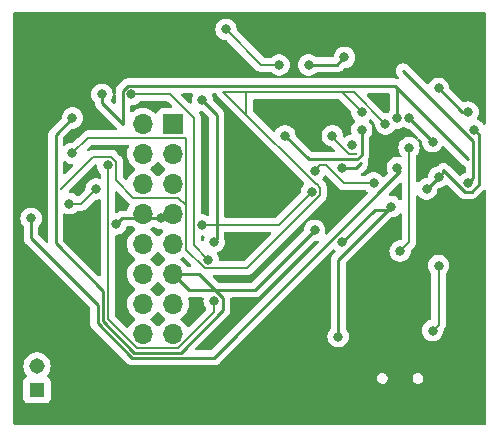
<source format=gbr>
%TF.GenerationSoftware,KiCad,Pcbnew,8.0.1*%
%TF.CreationDate,2024-03-24T23:20:46+02:00*%
%TF.ProjectId,MSHPRI017_Micro_Mouse_Subsystem,4d534850-5249-4303-9137-5f4d6963726f,rev?*%
%TF.SameCoordinates,Original*%
%TF.FileFunction,Copper,L2,Bot*%
%TF.FilePolarity,Positive*%
%FSLAX46Y46*%
G04 Gerber Fmt 4.6, Leading zero omitted, Abs format (unit mm)*
G04 Created by KiCad (PCBNEW 8.0.1) date 2024-03-24 23:20:46*
%MOMM*%
%LPD*%
G01*
G04 APERTURE LIST*
%TA.AperFunction,ComponentPad*%
%ADD10R,1.308000X1.308000*%
%TD*%
%TA.AperFunction,ComponentPad*%
%ADD11C,1.308000*%
%TD*%
%TA.AperFunction,ComponentPad*%
%ADD12R,1.700000X1.700000*%
%TD*%
%TA.AperFunction,ComponentPad*%
%ADD13O,1.700000X1.700000*%
%TD*%
%TA.AperFunction,ViaPad*%
%ADD14C,0.800000*%
%TD*%
%TA.AperFunction,Conductor*%
%ADD15C,0.250000*%
%TD*%
%TA.AperFunction,Conductor*%
%ADD16C,0.200000*%
%TD*%
G04 APERTURE END LIST*
D10*
%TO.P,J2,1,1*%
%TO.N,Bat-*%
X102000000Y-82000000D03*
D11*
%TO.P,J2,2,2*%
%TO.N,Bat+*%
X102000000Y-80000000D03*
%TD*%
D12*
%TO.P,J1,1,Pin_1*%
%TO.N,Motor2_A*%
X113500000Y-59500000D03*
D13*
%TO.P,J1,2,Pin_2*%
%TO.N,PWM2_A*%
X110960000Y-59500000D03*
%TO.P,J1,3,Pin_3*%
%TO.N,Motor2_B*%
X113500000Y-62040000D03*
%TO.P,J1,4,Pin_4*%
%TO.N,PWM2_B*%
X110960000Y-62040000D03*
%TO.P,J1,5,Pin_5*%
%TO.N,Bat-*%
X113500000Y-64580000D03*
%TO.P,J1,6,Pin_6*%
X110960000Y-64580000D03*
%TO.P,J1,7,Pin_7*%
%TO.N,Batt*%
X113500000Y-67120000D03*
%TO.P,J1,8,Pin_8*%
X110960000Y-67120000D03*
%TO.P,J1,9,Pin_9*%
%TO.N,unconnected-(J1-Pin_9-Pad9)*%
X113500000Y-69660000D03*
%TO.P,J1,10,Pin_10*%
%TO.N,V_ADC*%
X110960000Y-69660000D03*
%TO.P,J1,11,Pin_11*%
%TO.N,5V_uC*%
X113500000Y-72200000D03*
%TO.P,J1,12,Pin_12*%
X110960000Y-72200000D03*
%TO.P,J1,13,Pin_13*%
%TO.N,Motor1_A*%
X113500000Y-74740000D03*
%TO.P,J1,14,Pin_14*%
%TO.N,PWM1_A*%
X110960000Y-74740000D03*
%TO.P,J1,15,Pin_15*%
%TO.N,Motor1_B*%
X113500000Y-77280000D03*
%TO.P,J1,16,Pin_16*%
%TO.N,PWM1_B*%
X110960000Y-77280000D03*
%TD*%
D14*
%TO.N,Batt*%
X116000000Y-57500000D03*
X108700000Y-68000000D03*
X133500000Y-61500000D03*
X112500000Y-67500000D03*
X115965025Y-68034975D03*
X130500000Y-64500000D03*
X128688152Y-61312927D03*
X125500000Y-63500000D03*
X117000000Y-69500000D03*
X132750000Y-70250000D03*
X125250000Y-65250000D03*
%TO.N,Bat-*%
X122500000Y-54500000D03*
X118000000Y-51500000D03*
%TO.N,5V_uC*%
X129500000Y-60000000D03*
X123000000Y-60500000D03*
X105000000Y-59000000D03*
X125500000Y-68500000D03*
%TO.N,PWM2_A*%
X110000000Y-57000000D03*
X116500000Y-71000000D03*
%TO.N,PWM2_B*%
X108000000Y-63000000D03*
X108000000Y-63000000D03*
X117000000Y-74500000D03*
%TO.N,Motor1_A*%
X127000000Y-60500000D03*
%TO.N,Motor1_B*%
X127850000Y-69500000D03*
X132000000Y-66500000D03*
X127500000Y-77500000D03*
X127850000Y-63235050D03*
%TO.N,PWM1_B*%
X135500000Y-77000000D03*
X136000000Y-71500000D03*
%TO.N,Bat+*%
X107000000Y-65000000D03*
X105000000Y-62000000D03*
X104750000Y-66250000D03*
X129500000Y-58500000D03*
X131500000Y-59500000D03*
%TO.N,Net-(D1-PadC)*%
X135000000Y-65000000D03*
X139012653Y-59987347D03*
X132500000Y-63200000D03*
X136005025Y-63994975D03*
X101500000Y-67500000D03*
%TO.N,Net-(D2-PadC)*%
X132500000Y-59000000D03*
X133500000Y-59000000D03*
X107500000Y-57000000D03*
X135500000Y-61000000D03*
%TO.N,Net-(U1-PROG)*%
X128025000Y-53865000D03*
X125000000Y-54500000D03*
%TO.N,Net-(U1-~{STDBY})*%
X138500000Y-64500000D03*
%TO.N,Net-(U1-~{CHRG})*%
X138500000Y-58500000D03*
X136000000Y-56500000D03*
%TD*%
D15*
%TO.N,Batt*%
X116000000Y-57500000D02*
X117225000Y-58725000D01*
X117225000Y-69275000D02*
X117000000Y-69500000D01*
X117225000Y-58725000D02*
X117225000Y-69275000D01*
D16*
X125500000Y-65000000D02*
X125250000Y-65250000D01*
X133500000Y-61500000D02*
X133500000Y-69500000D01*
X130500000Y-64500000D02*
X128000000Y-64500000D01*
X122465025Y-68034975D02*
X125250000Y-65250000D01*
D15*
X109200000Y-67500000D02*
X112500000Y-67500000D01*
D16*
X128000000Y-64500000D02*
X126500000Y-63000000D01*
X133500000Y-69500000D02*
X132750000Y-70250000D01*
D15*
X108700000Y-68000000D02*
X109200000Y-67500000D01*
D16*
X126500000Y-63000000D02*
X126000000Y-63000000D01*
X126000000Y-63000000D02*
X125500000Y-63500000D01*
X132500000Y-70500000D02*
X132750000Y-70250000D01*
X115965025Y-68034975D02*
X122465025Y-68034975D01*
%TO.N,Bat-*%
X122500000Y-54500000D02*
X121000000Y-54500000D01*
X121000000Y-54500000D02*
X118000000Y-51500000D01*
D15*
%TO.N,5V_uC*%
X103575000Y-69613914D02*
X107575000Y-73613914D01*
X125500000Y-68500000D02*
X120435000Y-73565000D01*
X129500000Y-62101040D02*
X129090990Y-62510050D01*
X103575000Y-60425000D02*
X103575000Y-69613914D01*
X120435000Y-73565000D02*
X114865000Y-73565000D01*
X107575000Y-73613914D02*
X107575000Y-76176041D01*
X129500000Y-60000000D02*
X129500000Y-62101040D01*
X129090990Y-62510050D02*
X125010050Y-62510050D01*
X117725000Y-75282387D02*
X117725000Y-74199695D01*
X105000000Y-59000000D02*
X103575000Y-60425000D01*
X107575000Y-76176041D02*
X110253960Y-78855000D01*
X125010050Y-62510050D02*
X123000000Y-60500000D01*
X115725305Y-72200000D02*
X113500000Y-72200000D01*
X114152387Y-78855000D02*
X117725000Y-75282387D01*
X114865000Y-73565000D02*
X113500000Y-72200000D01*
X117725000Y-74199695D02*
X115725305Y-72200000D01*
X110253960Y-78855000D02*
X114152387Y-78855000D01*
D16*
%TO.N,PWM2_A*%
X113300000Y-57000000D02*
X110000000Y-57000000D01*
X115265025Y-69765025D02*
X115265025Y-58965025D01*
X116500000Y-71000000D02*
X115265025Y-69765025D01*
X115265025Y-58965025D02*
X113300000Y-57000000D01*
%TO.N,PWM2_B*%
X117000000Y-75406346D02*
X113976346Y-78430000D01*
X108000000Y-76000000D02*
X108000000Y-63000000D01*
X113976346Y-78430000D02*
X110430000Y-78430000D01*
X110430000Y-78430000D02*
X108000000Y-76000000D01*
X117000000Y-74500000D02*
X117000000Y-75406346D01*
%TO.N,Motor1_A*%
X127000000Y-60614725D02*
X128398202Y-62012927D01*
X128987073Y-62012927D02*
X129000000Y-62000000D01*
X127000000Y-60500000D02*
X127000000Y-60614725D01*
X128398202Y-62012927D02*
X128987073Y-62012927D01*
D15*
%TO.N,Motor1_B*%
X131750000Y-66750000D02*
X130600000Y-66750000D01*
X127850000Y-63235050D02*
X129002386Y-63235050D01*
X130600000Y-66750000D02*
X127850000Y-69500000D01*
X127500000Y-71000000D02*
X132000000Y-66500000D01*
X132000000Y-66500000D02*
X131750000Y-66750000D01*
X129002386Y-63235050D02*
X129418718Y-62818718D01*
X127500000Y-77500000D02*
X127500000Y-71000000D01*
D16*
%TO.N,PWM1_B*%
X136000000Y-71500000D02*
X136000000Y-76500000D01*
X136000000Y-76500000D02*
X135500000Y-77000000D01*
%TO.N,Bat+*%
X129500000Y-58500000D02*
X127800000Y-56800000D01*
X105750000Y-66250000D02*
X104750000Y-66250000D01*
X127800000Y-56800000D02*
X119700000Y-56800000D01*
X128800000Y-56800000D02*
X117789950Y-56800000D01*
X117789950Y-56800000D02*
X125589950Y-64600000D01*
X125589950Y-64600000D02*
X125665686Y-64600000D01*
X106350000Y-60650000D02*
X105000000Y-62000000D01*
X108289950Y-62300000D02*
X106700000Y-62300000D01*
X125950000Y-64884314D02*
X125950000Y-65539950D01*
X114650000Y-60650000D02*
X106350000Y-60650000D01*
X119789950Y-71700000D02*
X116210050Y-71700000D01*
X114650000Y-70139950D02*
X114650000Y-60650000D01*
X119700000Y-58710050D02*
X125589950Y-64600000D01*
X125950000Y-65539950D02*
X119789950Y-71700000D01*
X131500000Y-59500000D02*
X128800000Y-56800000D01*
X108700000Y-64260000D02*
X108700000Y-62710050D01*
X107000000Y-65000000D02*
X105750000Y-66250000D01*
X114650000Y-66403654D02*
X113976346Y-65730000D01*
X116210050Y-71700000D02*
X114650000Y-70139950D01*
X106700000Y-62300000D02*
X104000000Y-65000000D01*
X108700000Y-62710050D02*
X108289950Y-62300000D01*
X110170000Y-65730000D02*
X108700000Y-64260000D01*
X125665686Y-64600000D02*
X125950000Y-64884314D01*
X114650000Y-70139950D02*
X114650000Y-66403654D01*
X113976346Y-65730000D02*
X110170000Y-65730000D01*
X119700000Y-56800000D02*
X119700000Y-58710050D01*
D15*
%TO.N,Net-(D1-PadC)*%
X136402417Y-63427722D02*
X136402417Y-63597583D01*
X116995000Y-79305000D02*
X132775000Y-63525000D01*
X107125000Y-76362437D02*
X110067564Y-79305000D01*
X101500000Y-67500000D02*
X101500000Y-69184971D01*
X101500000Y-69184971D02*
X107125000Y-74809971D01*
X132775000Y-63525000D02*
X132775000Y-63475000D01*
X138800305Y-65225000D02*
X139400000Y-64625305D01*
X132775000Y-63475000D02*
X132500000Y-63200000D01*
X135000000Y-65000000D02*
X136005025Y-63994975D01*
X139400000Y-64625305D02*
X139400000Y-60374694D01*
X138199695Y-65225000D02*
X138800305Y-65225000D01*
X139400000Y-60374694D02*
X139012653Y-59987347D01*
X136402417Y-63427722D02*
X138199695Y-65225000D01*
X136402417Y-63597583D02*
X136005025Y-63994975D01*
X110067564Y-79305000D02*
X116995000Y-79305000D01*
X107125000Y-74809971D02*
X107125000Y-76362437D01*
%TO.N,Net-(D2-PadC)*%
X135500000Y-61000000D02*
X133500000Y-59000000D01*
X132500000Y-59000000D02*
X132500000Y-56500000D01*
X109699695Y-56275000D02*
X132275000Y-56275000D01*
X132500000Y-56500000D02*
X132275000Y-56275000D01*
X132275000Y-56275000D02*
X138500000Y-62500000D01*
X107500000Y-57000000D02*
X107500000Y-57701701D01*
X107500000Y-57701701D02*
X109275000Y-59476701D01*
X109275000Y-59476701D02*
X109275000Y-56699695D01*
X109275000Y-56699695D02*
X109699695Y-56275000D01*
%TO.N,Net-(U1-PROG)*%
X127390000Y-54500000D02*
X128025000Y-53865000D01*
X125000000Y-54500000D02*
X127390000Y-54500000D01*
%TO.N,Net-(U1-~{STDBY})*%
X138950000Y-60950000D02*
X133000000Y-55000000D01*
X138950000Y-64050000D02*
X138950000Y-60950000D01*
X138500000Y-64500000D02*
X138950000Y-64050000D01*
%TO.N,Net-(U1-~{CHRG})*%
X136000000Y-56500000D02*
X138000000Y-58500000D01*
X138000000Y-58500000D02*
X138500000Y-58500000D01*
%TD*%
%TA.AperFunction,NonConductor*%
G36*
X115158579Y-56920185D02*
G01*
X115204334Y-56972989D01*
X115214278Y-57042147D01*
X115198927Y-57086497D01*
X115185832Y-57109180D01*
X115172821Y-57131715D01*
X115172818Y-57131722D01*
X115122174Y-57287590D01*
X115114326Y-57311744D01*
X115094540Y-57500000D01*
X115106158Y-57610545D01*
X115110238Y-57649359D01*
X115097668Y-57718089D01*
X115049936Y-57769112D01*
X114982196Y-57786230D01*
X114915954Y-57764007D01*
X114899236Y-57750001D01*
X114261416Y-57112181D01*
X114227931Y-57050858D01*
X114232915Y-56981166D01*
X114274787Y-56925233D01*
X114340251Y-56900816D01*
X114349097Y-56900500D01*
X115091540Y-56900500D01*
X115158579Y-56920185D01*
G37*
%TD.AperFunction*%
%TA.AperFunction,NonConductor*%
G36*
X131817539Y-56920185D02*
G01*
X131863294Y-56972989D01*
X131874500Y-57024500D01*
X131874500Y-58301312D01*
X131854815Y-58368351D01*
X131842650Y-58384284D01*
X131767466Y-58467784D01*
X131725886Y-58539801D01*
X131675318Y-58588016D01*
X131606711Y-58601237D01*
X131596989Y-58599745D01*
X131594651Y-58599500D01*
X131594646Y-58599500D01*
X131500098Y-58599500D01*
X131433059Y-58579815D01*
X131412417Y-58563181D01*
X130710378Y-57861142D01*
X129961415Y-57112180D01*
X129927931Y-57050858D01*
X129932915Y-56981166D01*
X129974787Y-56925233D01*
X130040251Y-56900816D01*
X130049097Y-56900500D01*
X131750500Y-56900500D01*
X131817539Y-56920185D01*
G37*
%TD.AperFunction*%
%TA.AperFunction,NonConductor*%
G36*
X113066942Y-57620185D02*
G01*
X113087584Y-57636819D01*
X113388584Y-57937819D01*
X113422069Y-57999142D01*
X113417085Y-58068834D01*
X113375213Y-58124767D01*
X113309749Y-58149184D01*
X113300903Y-58149500D01*
X112602129Y-58149500D01*
X112602123Y-58149501D01*
X112542516Y-58155908D01*
X112407671Y-58206202D01*
X112407664Y-58206206D01*
X112292455Y-58292452D01*
X112292452Y-58292455D01*
X112206206Y-58407664D01*
X112206203Y-58407669D01*
X112157189Y-58539083D01*
X112115317Y-58595016D01*
X112049853Y-58619433D01*
X111981580Y-58604581D01*
X111953326Y-58583430D01*
X111831402Y-58461506D01*
X111831395Y-58461501D01*
X111637834Y-58325967D01*
X111637830Y-58325965D01*
X111607324Y-58311740D01*
X111423663Y-58226097D01*
X111423659Y-58226096D01*
X111423655Y-58226094D01*
X111195413Y-58164938D01*
X111195403Y-58164936D01*
X110960001Y-58144341D01*
X110959999Y-58144341D01*
X110724596Y-58164936D01*
X110724586Y-58164938D01*
X110496344Y-58226094D01*
X110496335Y-58226098D01*
X110282171Y-58325964D01*
X110282169Y-58325965D01*
X110095623Y-58456586D01*
X110029417Y-58478913D01*
X109961650Y-58461903D01*
X109913837Y-58410955D01*
X109900500Y-58355011D01*
X109900500Y-58024500D01*
X109920185Y-57957461D01*
X109972989Y-57911706D01*
X110024500Y-57900500D01*
X110094644Y-57900500D01*
X110094646Y-57900500D01*
X110279803Y-57861144D01*
X110452730Y-57784151D01*
X110605871Y-57672888D01*
X110634109Y-57641527D01*
X110693595Y-57604879D01*
X110726258Y-57600500D01*
X112999903Y-57600500D01*
X113066942Y-57620185D01*
G37*
%TD.AperFunction*%
%TA.AperFunction,NonConductor*%
G36*
X127566942Y-57420185D02*
G01*
X127587584Y-57436819D01*
X128558221Y-58407456D01*
X128591706Y-58468779D01*
X128594540Y-58495137D01*
X128594540Y-58499997D01*
X128594540Y-58500000D01*
X128614326Y-58688256D01*
X128614327Y-58688259D01*
X128672818Y-58868277D01*
X128672821Y-58868284D01*
X128767466Y-59032215D01*
X128888851Y-59167028D01*
X128919081Y-59230020D01*
X128910455Y-59299355D01*
X128888851Y-59332972D01*
X128767466Y-59467784D01*
X128672821Y-59631715D01*
X128672818Y-59631722D01*
X128618437Y-59799091D01*
X128614326Y-59811744D01*
X128594540Y-60000000D01*
X128614326Y-60188256D01*
X128614326Y-60188258D01*
X128614327Y-60188260D01*
X128638556Y-60262831D01*
X128640551Y-60332672D01*
X128604470Y-60392504D01*
X128546406Y-60422438D01*
X128408349Y-60451782D01*
X128408344Y-60451784D01*
X128235423Y-60528775D01*
X128100223Y-60627003D01*
X128034416Y-60650482D01*
X127966362Y-60634656D01*
X127917668Y-60584550D01*
X127903793Y-60516072D01*
X127904018Y-60513720D01*
X127905460Y-60500003D01*
X127905460Y-60500002D01*
X127900392Y-60451782D01*
X127885674Y-60311744D01*
X127827179Y-60131716D01*
X127732533Y-59967784D01*
X127605871Y-59827112D01*
X127584719Y-59811744D01*
X127452734Y-59715851D01*
X127452729Y-59715848D01*
X127279807Y-59638857D01*
X127279802Y-59638855D01*
X127134001Y-59607865D01*
X127094646Y-59599500D01*
X126905354Y-59599500D01*
X126872897Y-59606398D01*
X126720197Y-59638855D01*
X126720192Y-59638857D01*
X126547270Y-59715848D01*
X126547265Y-59715851D01*
X126394129Y-59827111D01*
X126267466Y-59967785D01*
X126172821Y-60131715D01*
X126172818Y-60131722D01*
X126114327Y-60311740D01*
X126114326Y-60311744D01*
X126094540Y-60500000D01*
X126114326Y-60688256D01*
X126114327Y-60688259D01*
X126172818Y-60868277D01*
X126172821Y-60868284D01*
X126267467Y-61032216D01*
X126363487Y-61138857D01*
X126394129Y-61172888D01*
X126547265Y-61284148D01*
X126547270Y-61284151D01*
X126720192Y-61361142D01*
X126720197Y-61361144D01*
X126905354Y-61400500D01*
X126905356Y-61400500D01*
X126909030Y-61401281D01*
X126970511Y-61434473D01*
X126970930Y-61434890D01*
X127208909Y-61672869D01*
X127242394Y-61734192D01*
X127237410Y-61803884D01*
X127195538Y-61859817D01*
X127130074Y-61884234D01*
X127121228Y-61884550D01*
X125320502Y-61884550D01*
X125253463Y-61864865D01*
X125232821Y-61848231D01*
X123938960Y-60554370D01*
X123905475Y-60493047D01*
X123903323Y-60479671D01*
X123885674Y-60311744D01*
X123827179Y-60131716D01*
X123732533Y-59967784D01*
X123605871Y-59827112D01*
X123584719Y-59811744D01*
X123452734Y-59715851D01*
X123452729Y-59715848D01*
X123279807Y-59638857D01*
X123279802Y-59638855D01*
X123134001Y-59607865D01*
X123094646Y-59599500D01*
X122905354Y-59599500D01*
X122872897Y-59606398D01*
X122720197Y-59638855D01*
X122720192Y-59638857D01*
X122547270Y-59715848D01*
X122547265Y-59715851D01*
X122394129Y-59827111D01*
X122267465Y-59967785D01*
X122179713Y-60119778D01*
X122129146Y-60167994D01*
X122060539Y-60181217D01*
X121995674Y-60155249D01*
X121984645Y-60145459D01*
X120336819Y-58497633D01*
X120303334Y-58436310D01*
X120300500Y-58409952D01*
X120300500Y-57524500D01*
X120320185Y-57457461D01*
X120372989Y-57411706D01*
X120424500Y-57400500D01*
X127499903Y-57400500D01*
X127566942Y-57420185D01*
G37*
%TD.AperFunction*%
%TA.AperFunction,NonConductor*%
G36*
X104397381Y-62675251D02*
G01*
X104510054Y-62757112D01*
X104547270Y-62784151D01*
X104720192Y-62861142D01*
X104720197Y-62861144D01*
X104905354Y-62900500D01*
X104905355Y-62900500D01*
X104950901Y-62900500D01*
X105017940Y-62920185D01*
X105063695Y-62972989D01*
X105073639Y-63042147D01*
X105044614Y-63105703D01*
X105038582Y-63112181D01*
X104412181Y-63738582D01*
X104350858Y-63772067D01*
X104281166Y-63767083D01*
X104225233Y-63725211D01*
X104200816Y-63659747D01*
X104200500Y-63650901D01*
X104200500Y-62775571D01*
X104220185Y-62708532D01*
X104272989Y-62662777D01*
X104342147Y-62652833D01*
X104397381Y-62675251D01*
G37*
%TD.AperFunction*%
%TA.AperFunction,NonConductor*%
G36*
X112314855Y-62706546D02*
G01*
X112331575Y-62725842D01*
X112461501Y-62911396D01*
X112461506Y-62911402D01*
X112628597Y-63078493D01*
X112628603Y-63078498D01*
X112814158Y-63208425D01*
X112857783Y-63263002D01*
X112864977Y-63332500D01*
X112833454Y-63394855D01*
X112814158Y-63411575D01*
X112628597Y-63541505D01*
X112461505Y-63708597D01*
X112331575Y-63894158D01*
X112276998Y-63937783D01*
X112207500Y-63944977D01*
X112145145Y-63913454D01*
X112128425Y-63894158D01*
X111998494Y-63708597D01*
X111831402Y-63541506D01*
X111831396Y-63541501D01*
X111645842Y-63411575D01*
X111602217Y-63356998D01*
X111595023Y-63287500D01*
X111626546Y-63225145D01*
X111645842Y-63208425D01*
X111682482Y-63182769D01*
X111831401Y-63078495D01*
X111998495Y-62911401D01*
X112128425Y-62725842D01*
X112183002Y-62682217D01*
X112252500Y-62675023D01*
X112314855Y-62706546D01*
G37*
%TD.AperFunction*%
%TA.AperFunction,NonConductor*%
G36*
X130250961Y-59120077D02*
G01*
X130301451Y-59150687D01*
X130419778Y-59269014D01*
X130558222Y-59407457D01*
X130591706Y-59468779D01*
X130594540Y-59495137D01*
X130594540Y-59499997D01*
X130594540Y-59500000D01*
X130614326Y-59688256D01*
X130614327Y-59688259D01*
X130672818Y-59868277D01*
X130672821Y-59868284D01*
X130767467Y-60032216D01*
X130857063Y-60131722D01*
X130894129Y-60172888D01*
X131047265Y-60284148D01*
X131047270Y-60284151D01*
X131220192Y-60361142D01*
X131220197Y-60361144D01*
X131405354Y-60400500D01*
X131405355Y-60400500D01*
X131594644Y-60400500D01*
X131594646Y-60400500D01*
X131779803Y-60361144D01*
X131952730Y-60284151D01*
X132105871Y-60172888D01*
X132232533Y-60032216D01*
X132274112Y-59960197D01*
X132324676Y-59911984D01*
X132393283Y-59898760D01*
X132403006Y-59900253D01*
X132405353Y-59900500D01*
X132405354Y-59900500D01*
X132594644Y-59900500D01*
X132594646Y-59900500D01*
X132779803Y-59861144D01*
X132949566Y-59785559D01*
X133018813Y-59776275D01*
X133050430Y-59785557D01*
X133220197Y-59861144D01*
X133405354Y-59900500D01*
X133464548Y-59900500D01*
X133531587Y-59920185D01*
X133552229Y-59936819D01*
X134222868Y-60607458D01*
X134256353Y-60668781D01*
X134251369Y-60738473D01*
X134209497Y-60794406D01*
X134144033Y-60818823D01*
X134075760Y-60803971D01*
X134062302Y-60795457D01*
X133952734Y-60715851D01*
X133952729Y-60715848D01*
X133779807Y-60638857D01*
X133779802Y-60638855D01*
X133632086Y-60607458D01*
X133594646Y-60599500D01*
X133405354Y-60599500D01*
X133372897Y-60606398D01*
X133220197Y-60638855D01*
X133220192Y-60638857D01*
X133047270Y-60715848D01*
X133047265Y-60715851D01*
X132894129Y-60827111D01*
X132767466Y-60967785D01*
X132672821Y-61131715D01*
X132672818Y-61131722D01*
X132622425Y-61286818D01*
X132614326Y-61311744D01*
X132594540Y-61500000D01*
X132614326Y-61688256D01*
X132614327Y-61688259D01*
X132672818Y-61868277D01*
X132672821Y-61868284D01*
X132767467Y-62032216D01*
X132850634Y-62124582D01*
X132880864Y-62187573D01*
X132872239Y-62256909D01*
X132827497Y-62310574D01*
X132760845Y-62331532D01*
X132732704Y-62328844D01*
X132594647Y-62299500D01*
X132594646Y-62299500D01*
X132405354Y-62299500D01*
X132372897Y-62306398D01*
X132220197Y-62338855D01*
X132220192Y-62338857D01*
X132047270Y-62415848D01*
X132047265Y-62415851D01*
X131894129Y-62527111D01*
X131767466Y-62667785D01*
X131672821Y-62831715D01*
X131672818Y-62831722D01*
X131614327Y-63011740D01*
X131614326Y-63011744D01*
X131594540Y-63200000D01*
X131614326Y-63388256D01*
X131614327Y-63388259D01*
X131672821Y-63568285D01*
X131689047Y-63596391D01*
X131705517Y-63664291D01*
X131682664Y-63730318D01*
X131669339Y-63746069D01*
X131425530Y-63989878D01*
X131364207Y-64023363D01*
X131294515Y-64018379D01*
X131238582Y-63976507D01*
X131235736Y-63972193D01*
X131232534Y-63967785D01*
X131121099Y-63844024D01*
X131105871Y-63827112D01*
X131103175Y-63825153D01*
X130952734Y-63715851D01*
X130952729Y-63715848D01*
X130779807Y-63638857D01*
X130779802Y-63638855D01*
X130634001Y-63607865D01*
X130594646Y-63599500D01*
X130405354Y-63599500D01*
X130372897Y-63606398D01*
X130220197Y-63638855D01*
X130220192Y-63638857D01*
X130047270Y-63715848D01*
X130047265Y-63715851D01*
X129894135Y-63827106D01*
X129894128Y-63827112D01*
X129865891Y-63858473D01*
X129806405Y-63895121D01*
X129773742Y-63899500D01*
X129521890Y-63899500D01*
X129454851Y-63879815D01*
X129409096Y-63827011D01*
X129399152Y-63757853D01*
X129428177Y-63694297D01*
X129434208Y-63687819D01*
X129449139Y-63672888D01*
X129488244Y-63633783D01*
X129488245Y-63633780D01*
X129904575Y-63217452D01*
X129973029Y-63115004D01*
X130020181Y-63001169D01*
X130044218Y-62880325D01*
X130044218Y-62757112D01*
X130020181Y-62636267D01*
X129997507Y-62581529D01*
X129990039Y-62512062D01*
X130008967Y-62465188D01*
X130041935Y-62415848D01*
X130054306Y-62397334D01*
X130054307Y-62397331D01*
X130054311Y-62397326D01*
X130101463Y-62283492D01*
X130113060Y-62225189D01*
X130120406Y-62188259D01*
X130120406Y-62188256D01*
X130125500Y-62162647D01*
X130125500Y-62039434D01*
X130125500Y-60698687D01*
X130145185Y-60631648D01*
X130157350Y-60615715D01*
X130175891Y-60595122D01*
X130232533Y-60532216D01*
X130327179Y-60368284D01*
X130385674Y-60188256D01*
X130405460Y-60000000D01*
X130385674Y-59811744D01*
X130327179Y-59631716D01*
X130232533Y-59467784D01*
X130111146Y-59332971D01*
X130080917Y-59269981D01*
X130089542Y-59200646D01*
X130111143Y-59167032D01*
X130121620Y-59155396D01*
X130181104Y-59118748D01*
X130250961Y-59120077D01*
G37*
%TD.AperFunction*%
%TA.AperFunction,NonConductor*%
G36*
X109710436Y-61270185D02*
G01*
X109756191Y-61322989D01*
X109766135Y-61392147D01*
X109755779Y-61426905D01*
X109686097Y-61576335D01*
X109686094Y-61576344D01*
X109624938Y-61804586D01*
X109624936Y-61804596D01*
X109604341Y-62039999D01*
X109604341Y-62040000D01*
X109624936Y-62275403D01*
X109624938Y-62275413D01*
X109686094Y-62503655D01*
X109686096Y-62503659D01*
X109686097Y-62503663D01*
X109747935Y-62636274D01*
X109785965Y-62717830D01*
X109785967Y-62717834D01*
X109865713Y-62831722D01*
X109921501Y-62911396D01*
X109921506Y-62911402D01*
X110088597Y-63078493D01*
X110088603Y-63078498D01*
X110274158Y-63208425D01*
X110317783Y-63263002D01*
X110324977Y-63332500D01*
X110293454Y-63394855D01*
X110274158Y-63411575D01*
X110088597Y-63541505D01*
X109921505Y-63708597D01*
X109785965Y-63902169D01*
X109785964Y-63902171D01*
X109686098Y-64116335D01*
X109686095Y-64116343D01*
X109682401Y-64130128D01*
X109646034Y-64189787D01*
X109583186Y-64220314D01*
X109513811Y-64212017D01*
X109474946Y-64185711D01*
X109336819Y-64047584D01*
X109303334Y-63986261D01*
X109300500Y-63959903D01*
X109300500Y-62630994D01*
X109300499Y-62630990D01*
X109295794Y-62613428D01*
X109259577Y-62478265D01*
X109214101Y-62399499D01*
X109180520Y-62341334D01*
X109068716Y-62229530D01*
X109068715Y-62229529D01*
X109064385Y-62225199D01*
X109064374Y-62225189D01*
X108777540Y-61938355D01*
X108777538Y-61938352D01*
X108658667Y-61819481D01*
X108658659Y-61819475D01*
X108535145Y-61748165D01*
X108535142Y-61748164D01*
X108521735Y-61740423D01*
X108498481Y-61734192D01*
X108369007Y-61699499D01*
X108210893Y-61699499D01*
X108203297Y-61699499D01*
X108203281Y-61699500D01*
X106786670Y-61699500D01*
X106786654Y-61699499D01*
X106779058Y-61699499D01*
X106620943Y-61699499D01*
X106544579Y-61719961D01*
X106468214Y-61740423D01*
X106468213Y-61740424D01*
X106433538Y-61760443D01*
X106365637Y-61776913D01*
X106299611Y-61754059D01*
X106256422Y-61699137D01*
X106249783Y-61629583D01*
X106281800Y-61567482D01*
X106283754Y-61565479D01*
X106562418Y-61286816D01*
X106623739Y-61253334D01*
X106650097Y-61250500D01*
X109643397Y-61250500D01*
X109710436Y-61270185D01*
G37*
%TD.AperFunction*%
%TA.AperFunction,NonConductor*%
G36*
X134388123Y-60777461D02*
G01*
X134410763Y-60795353D01*
X134561038Y-60945628D01*
X134594523Y-61006951D01*
X134596678Y-61020347D01*
X134597926Y-61032216D01*
X134614326Y-61188256D01*
X134614327Y-61188259D01*
X134672818Y-61368277D01*
X134672821Y-61368284D01*
X134767467Y-61532216D01*
X134855137Y-61629583D01*
X134894129Y-61672888D01*
X135047265Y-61784148D01*
X135047270Y-61784151D01*
X135220192Y-61861142D01*
X135220197Y-61861144D01*
X135405354Y-61900500D01*
X135405355Y-61900500D01*
X135594644Y-61900500D01*
X135594646Y-61900500D01*
X135779803Y-61861144D01*
X135952730Y-61784151D01*
X136105871Y-61672888D01*
X136232533Y-61532216D01*
X136303668Y-61409005D01*
X136354233Y-61360792D01*
X136422840Y-61347568D01*
X136487705Y-61373536D01*
X136498735Y-61383326D01*
X138101262Y-62985854D01*
X138101265Y-62985857D01*
X138140002Y-63011740D01*
X138203714Y-63054311D01*
X138247954Y-63072636D01*
X138302355Y-63116475D01*
X138324421Y-63182769D01*
X138324500Y-63187196D01*
X138324500Y-63516272D01*
X138304815Y-63583311D01*
X138252011Y-63629066D01*
X138226286Y-63637561D01*
X138220199Y-63638854D01*
X138220192Y-63638857D01*
X138047270Y-63715848D01*
X138047265Y-63715851D01*
X137894135Y-63827106D01*
X137894125Y-63827115D01*
X137883136Y-63839319D01*
X137823648Y-63875965D01*
X137753791Y-63874632D01*
X137703309Y-63844024D01*
X136892615Y-63033330D01*
X136892595Y-63033308D01*
X136801153Y-62941866D01*
X136801149Y-62941863D01*
X136744055Y-62903714D01*
X136739245Y-62900500D01*
X136698703Y-62873410D01*
X136698700Y-62873408D01*
X136698699Y-62873408D01*
X136698698Y-62873407D01*
X136598044Y-62831716D01*
X136598043Y-62831715D01*
X136584873Y-62826260D01*
X136584861Y-62826257D01*
X136511904Y-62811744D01*
X136511895Y-62811744D01*
X136464024Y-62802222D01*
X136340810Y-62802222D01*
X136316874Y-62806983D01*
X136292938Y-62811744D01*
X136292937Y-62811743D01*
X136219972Y-62826257D01*
X136219960Y-62826260D01*
X136206787Y-62831717D01*
X136106135Y-62873407D01*
X136106134Y-62873408D01*
X136060779Y-62903714D01*
X136003684Y-62941863D01*
X136003680Y-62941866D01*
X135916559Y-63028987D01*
X135894589Y-63061868D01*
X135840976Y-63106672D01*
X135817270Y-63114265D01*
X135725221Y-63133831D01*
X135725217Y-63133832D01*
X135552295Y-63210823D01*
X135552290Y-63210826D01*
X135399154Y-63322086D01*
X135272491Y-63462760D01*
X135177846Y-63626690D01*
X135177843Y-63626697D01*
X135119352Y-63806715D01*
X135119351Y-63806719D01*
X135101704Y-63974625D01*
X135075119Y-64039239D01*
X135066067Y-64049341D01*
X135052231Y-64063178D01*
X134990909Y-64096665D01*
X134964547Y-64099500D01*
X134905354Y-64099500D01*
X134872897Y-64106398D01*
X134720197Y-64138855D01*
X134720192Y-64138857D01*
X134547270Y-64215848D01*
X134547265Y-64215851D01*
X134394129Y-64327111D01*
X134394128Y-64327112D01*
X134316649Y-64413161D01*
X134257163Y-64449809D01*
X134187306Y-64448478D01*
X134129258Y-64409591D01*
X134101448Y-64345494D01*
X134100500Y-64330188D01*
X134100500Y-62226452D01*
X134120185Y-62159413D01*
X134132350Y-62143480D01*
X134149366Y-62124582D01*
X134232533Y-62032216D01*
X134327179Y-61868284D01*
X134385674Y-61688256D01*
X134405460Y-61500000D01*
X134385674Y-61311744D01*
X134327179Y-61131716D01*
X134232533Y-60967784D01*
X134230931Y-60966005D01*
X134230330Y-60964752D01*
X134228715Y-60962529D01*
X134229121Y-60962233D01*
X134200702Y-60903015D01*
X134209327Y-60833680D01*
X134254068Y-60780014D01*
X134320721Y-60759056D01*
X134388123Y-60777461D01*
G37*
%TD.AperFunction*%
%TA.AperFunction,NonConductor*%
G36*
X107018397Y-62933352D02*
G01*
X107074330Y-62975224D01*
X107098383Y-63036571D01*
X107114326Y-63188256D01*
X107114327Y-63188259D01*
X107172818Y-63368277D01*
X107172821Y-63368284D01*
X107267467Y-63532216D01*
X107363487Y-63638857D01*
X107367650Y-63643480D01*
X107397880Y-63706471D01*
X107399500Y-63726452D01*
X107399500Y-64011171D01*
X107379815Y-64078210D01*
X107327011Y-64123965D01*
X107257853Y-64133909D01*
X107249720Y-64132461D01*
X107094647Y-64099500D01*
X107094646Y-64099500D01*
X106905354Y-64099500D01*
X106872897Y-64106398D01*
X106720197Y-64138855D01*
X106720192Y-64138857D01*
X106547270Y-64215848D01*
X106547265Y-64215851D01*
X106394129Y-64327111D01*
X106267466Y-64467785D01*
X106172821Y-64631715D01*
X106172818Y-64631722D01*
X106116433Y-64805258D01*
X106114326Y-64811744D01*
X106096587Y-64980524D01*
X106094540Y-65000002D01*
X106094540Y-65004862D01*
X106074855Y-65071901D01*
X106058221Y-65092543D01*
X105551452Y-65599312D01*
X105490129Y-65632797D01*
X105420437Y-65627813D01*
X105371623Y-65594606D01*
X105355868Y-65577109D01*
X105355864Y-65577106D01*
X105202734Y-65465851D01*
X105202729Y-65465848D01*
X105029807Y-65388857D01*
X105029802Y-65388855D01*
X104884001Y-65357865D01*
X104844646Y-65349500D01*
X104799096Y-65349500D01*
X104732057Y-65329815D01*
X104686302Y-65277011D01*
X104676358Y-65207853D01*
X104705383Y-65144297D01*
X104711415Y-65137819D01*
X105070108Y-64779126D01*
X106887384Y-62961851D01*
X106948705Y-62928368D01*
X107018397Y-62933352D01*
G37*
%TD.AperFunction*%
%TA.AperFunction,NonConductor*%
G36*
X132818834Y-64468270D02*
G01*
X132874767Y-64510142D01*
X132899184Y-64575606D01*
X132899500Y-64584452D01*
X132899500Y-65830188D01*
X132879815Y-65897227D01*
X132827011Y-65942982D01*
X132757853Y-65952926D01*
X132694297Y-65923901D01*
X132683351Y-65913161D01*
X132605871Y-65827112D01*
X132605870Y-65827111D01*
X132452734Y-65715851D01*
X132452729Y-65715848D01*
X132279807Y-65638857D01*
X132279802Y-65638855D01*
X132134001Y-65607865D01*
X132094646Y-65599500D01*
X131905354Y-65599500D01*
X131905353Y-65599500D01*
X131898897Y-65600179D01*
X131898689Y-65598201D01*
X131838415Y-65593588D01*
X131782691Y-65551439D01*
X131758600Y-65485854D01*
X131773792Y-65417656D01*
X131794642Y-65389947D01*
X132687819Y-64496771D01*
X132749142Y-64463286D01*
X132818834Y-64468270D01*
G37*
%TD.AperFunction*%
%TA.AperFunction,NonConductor*%
G36*
X108805703Y-65215384D02*
G01*
X108812181Y-65221416D01*
X109685139Y-66094374D01*
X109685149Y-66094385D01*
X109689479Y-66098715D01*
X109689480Y-66098716D01*
X109801284Y-66210520D01*
X109801286Y-66210521D01*
X109801288Y-66210523D01*
X109802655Y-66211572D01*
X109803515Y-66212750D01*
X109807031Y-66216266D01*
X109806482Y-66216814D01*
X109843859Y-66267999D01*
X109848016Y-66337744D01*
X109828747Y-66381071D01*
X109785964Y-66442172D01*
X109686097Y-66656335D01*
X109686094Y-66656344D01*
X109652267Y-66782593D01*
X109615902Y-66842254D01*
X109553055Y-66872783D01*
X109532492Y-66874500D01*
X109261607Y-66874500D01*
X109138393Y-66874500D01*
X109089758Y-66884174D01*
X109089757Y-66884173D01*
X109017554Y-66898535D01*
X109017541Y-66898539D01*
X108985262Y-66911909D01*
X108970397Y-66918067D01*
X108903718Y-66945685D01*
X108884571Y-66958479D01*
X108878190Y-66962743D01*
X108878189Y-66962744D01*
X108878188Y-66962743D01*
X108796203Y-67017526D01*
X108795172Y-67015984D01*
X108738831Y-67039900D01*
X108669965Y-67028095D01*
X108618415Y-66980933D01*
X108600500Y-66916731D01*
X108600500Y-65309097D01*
X108620185Y-65242058D01*
X108672989Y-65196303D01*
X108742147Y-65186359D01*
X108805703Y-65215384D01*
G37*
%TD.AperFunction*%
%TA.AperFunction,NonConductor*%
G36*
X115863208Y-58391541D02*
G01*
X115905354Y-58400500D01*
X115964548Y-58400500D01*
X116031587Y-58420185D01*
X116052229Y-58436819D01*
X116563181Y-58947771D01*
X116596666Y-59009094D01*
X116599500Y-59035452D01*
X116599500Y-67140980D01*
X116579815Y-67208019D01*
X116527011Y-67253774D01*
X116457853Y-67263718D01*
X116424294Y-67252110D01*
X116423691Y-67253467D01*
X116244832Y-67173832D01*
X116244827Y-67173830D01*
X116090275Y-67140980D01*
X116059671Y-67134475D01*
X115989525Y-67134475D01*
X115922486Y-67114790D01*
X115876731Y-67061986D01*
X115865525Y-67010475D01*
X115865525Y-59054084D01*
X115865526Y-59054071D01*
X115865526Y-58885970D01*
X115865526Y-58885968D01*
X115824602Y-58733240D01*
X115770109Y-58638856D01*
X115745545Y-58596309D01*
X115740599Y-58589864D01*
X115742949Y-58588060D01*
X115716264Y-58539190D01*
X115721248Y-58469498D01*
X115763120Y-58413565D01*
X115828584Y-58389148D01*
X115863208Y-58391541D01*
G37*
%TD.AperFunction*%
%TA.AperFunction,NonConductor*%
G36*
X117167085Y-56920185D02*
G01*
X117212840Y-56972989D01*
X117219820Y-56992405D01*
X117230372Y-57031783D01*
X117230372Y-57031785D01*
X117230622Y-57032217D01*
X117230639Y-57032246D01*
X117309427Y-57168712D01*
X117309431Y-57168717D01*
X117428299Y-57287585D01*
X117428304Y-57287589D01*
X118328273Y-58187559D01*
X119219478Y-59078764D01*
X124595839Y-64455125D01*
X124629324Y-64516448D01*
X124624340Y-64586140D01*
X124600309Y-64625777D01*
X124517466Y-64717785D01*
X124422821Y-64881715D01*
X124422818Y-64881722D01*
X124365031Y-65059573D01*
X124364326Y-65061744D01*
X124345375Y-65242058D01*
X124344540Y-65250002D01*
X124344540Y-65254862D01*
X124324855Y-65321901D01*
X124308221Y-65342543D01*
X122252609Y-67398156D01*
X122191286Y-67431641D01*
X122164928Y-67434475D01*
X117974500Y-67434475D01*
X117907461Y-67414790D01*
X117861706Y-67361986D01*
X117850500Y-67310475D01*
X117850500Y-58792741D01*
X117850501Y-58792720D01*
X117850501Y-58663391D01*
X117826464Y-58542555D01*
X117826463Y-58542549D01*
X117779312Y-58428715D01*
X117710858Y-58326267D01*
X117710855Y-58326263D01*
X116938960Y-57554369D01*
X116905475Y-57493046D01*
X116903323Y-57479668D01*
X116885674Y-57311744D01*
X116827179Y-57131716D01*
X116801072Y-57086498D01*
X116784600Y-57018600D01*
X116807452Y-56952573D01*
X116862374Y-56909383D01*
X116908460Y-56900500D01*
X117100046Y-56900500D01*
X117167085Y-56920185D01*
G37*
%TD.AperFunction*%
%TA.AperFunction,NonConductor*%
G36*
X111914776Y-68188606D02*
G01*
X111924811Y-68195180D01*
X112047265Y-68284148D01*
X112047270Y-68284151D01*
X112220192Y-68361142D01*
X112220197Y-68361144D01*
X112405354Y-68400500D01*
X112405355Y-68400500D01*
X112551295Y-68400500D01*
X112618334Y-68420185D01*
X112664089Y-68472989D01*
X112674033Y-68542147D01*
X112645008Y-68605703D01*
X112630998Y-68619491D01*
X112628599Y-68621503D01*
X112461505Y-68788597D01*
X112331575Y-68974158D01*
X112276998Y-69017783D01*
X112207500Y-69024977D01*
X112145145Y-68993454D01*
X112128425Y-68974158D01*
X111998494Y-68788597D01*
X111831402Y-68621506D01*
X111831401Y-68621505D01*
X111645842Y-68491575D01*
X111645841Y-68491574D01*
X111602216Y-68436997D01*
X111595024Y-68367498D01*
X111626546Y-68305144D01*
X111645831Y-68288432D01*
X111780807Y-68193921D01*
X111847008Y-68171596D01*
X111914776Y-68188606D01*
G37*
%TD.AperFunction*%
%TA.AperFunction,NonConductor*%
G36*
X116066170Y-68936940D02*
G01*
X116127434Y-68948136D01*
X116178464Y-68995861D01*
X116195592Y-69063599D01*
X116179071Y-69120891D01*
X116172820Y-69131718D01*
X116172818Y-69131722D01*
X116122176Y-69287584D01*
X116114326Y-69311744D01*
X116112844Y-69325835D01*
X116086261Y-69390447D01*
X116028964Y-69430432D01*
X115959145Y-69433092D01*
X115898971Y-69397583D01*
X115867548Y-69335178D01*
X115865525Y-69312871D01*
X115865525Y-69059475D01*
X115885210Y-68992436D01*
X115938014Y-68946681D01*
X115989525Y-68935475D01*
X116066170Y-68935475D01*
X116066170Y-68936940D01*
G37*
%TD.AperFunction*%
%TA.AperFunction,NonConductor*%
G36*
X121772917Y-68655160D02*
G01*
X121818672Y-68707964D01*
X121828616Y-68777122D01*
X121799591Y-68840678D01*
X121793559Y-68847156D01*
X119577534Y-71063181D01*
X119516211Y-71096666D01*
X119489853Y-71099500D01*
X117527568Y-71099500D01*
X117460529Y-71079815D01*
X117414774Y-71027011D01*
X117404247Y-70988462D01*
X117385674Y-70811744D01*
X117327179Y-70631716D01*
X117262077Y-70518957D01*
X117245605Y-70451058D01*
X117268458Y-70385031D01*
X117319028Y-70343679D01*
X117452730Y-70284151D01*
X117605871Y-70172888D01*
X117732533Y-70032216D01*
X117827179Y-69868284D01*
X117885674Y-69688256D01*
X117905460Y-69500000D01*
X117885674Y-69311744D01*
X117856569Y-69222168D01*
X117850500Y-69183850D01*
X117850500Y-68759475D01*
X117870185Y-68692436D01*
X117922989Y-68646681D01*
X117974500Y-68635475D01*
X121705878Y-68635475D01*
X121772917Y-68655160D01*
G37*
%TD.AperFunction*%
%TA.AperFunction,NonConductor*%
G36*
X112314855Y-70326546D02*
G01*
X112331575Y-70345842D01*
X112461501Y-70531396D01*
X112461506Y-70531402D01*
X112628597Y-70698493D01*
X112628603Y-70698498D01*
X112814158Y-70828425D01*
X112857783Y-70883002D01*
X112864977Y-70952500D01*
X112833454Y-71014855D01*
X112814158Y-71031575D01*
X112628597Y-71161505D01*
X112461505Y-71328597D01*
X112331575Y-71514158D01*
X112276998Y-71557783D01*
X112207500Y-71564977D01*
X112145145Y-71533454D01*
X112128425Y-71514158D01*
X111998494Y-71328597D01*
X111831402Y-71161506D01*
X111831396Y-71161501D01*
X111645842Y-71031575D01*
X111602217Y-70976998D01*
X111595023Y-70907500D01*
X111626546Y-70845145D01*
X111645842Y-70828425D01*
X111711835Y-70782216D01*
X111831401Y-70698495D01*
X111998495Y-70531401D01*
X112128425Y-70345842D01*
X112183002Y-70302217D01*
X112252500Y-70295023D01*
X112314855Y-70326546D01*
G37*
%TD.AperFunction*%
%TA.AperFunction,NonConductor*%
G36*
X114413031Y-70757836D02*
G01*
X114437862Y-70777047D01*
X115023634Y-71362819D01*
X115057119Y-71424142D01*
X115052135Y-71493834D01*
X115010263Y-71549767D01*
X114944799Y-71574184D01*
X114935953Y-71574500D01*
X114775227Y-71574500D01*
X114708188Y-71554815D01*
X114673652Y-71521623D01*
X114538494Y-71328597D01*
X114371402Y-71161506D01*
X114371401Y-71161505D01*
X114225833Y-71059577D01*
X114185841Y-71031574D01*
X114142216Y-70976997D01*
X114135024Y-70907498D01*
X114166546Y-70845144D01*
X114185831Y-70828432D01*
X114279061Y-70763151D01*
X114345263Y-70740826D01*
X114413031Y-70757836D01*
G37*
%TD.AperFunction*%
%TA.AperFunction,NonConductor*%
G36*
X107319386Y-65872854D02*
G01*
X107375120Y-65914991D01*
X107399225Y-65980571D01*
X107399500Y-65988828D01*
X107399500Y-72254462D01*
X107379815Y-72321501D01*
X107327011Y-72367256D01*
X107257853Y-72377200D01*
X107194297Y-72348175D01*
X107187819Y-72342143D01*
X104236819Y-69391143D01*
X104203334Y-69329820D01*
X104200500Y-69303462D01*
X104200500Y-67182010D01*
X104220185Y-67114971D01*
X104272989Y-67069216D01*
X104342147Y-67059272D01*
X104374936Y-67068731D01*
X104470192Y-67111142D01*
X104470197Y-67111144D01*
X104655354Y-67150500D01*
X104655355Y-67150500D01*
X104844644Y-67150500D01*
X104844646Y-67150500D01*
X105029803Y-67111144D01*
X105202730Y-67034151D01*
X105355871Y-66922888D01*
X105384109Y-66891527D01*
X105443595Y-66854879D01*
X105476258Y-66850500D01*
X105663331Y-66850500D01*
X105663347Y-66850501D01*
X105670943Y-66850501D01*
X105829054Y-66850501D01*
X105829057Y-66850501D01*
X105981785Y-66809577D01*
X106046229Y-66772370D01*
X106118716Y-66730520D01*
X106230520Y-66618716D01*
X106230520Y-66618714D01*
X106240724Y-66608511D01*
X106240727Y-66608506D01*
X106912416Y-65936819D01*
X106973739Y-65903334D01*
X107000097Y-65900500D01*
X107094644Y-65900500D01*
X107094646Y-65900500D01*
X107249720Y-65867538D01*
X107319386Y-65872854D01*
G37*
%TD.AperFunction*%
%TA.AperFunction,NonConductor*%
G36*
X126500646Y-63851121D02*
G01*
X126511676Y-63860911D01*
X127515139Y-64864374D01*
X127515149Y-64864385D01*
X127519479Y-64868715D01*
X127519480Y-64868716D01*
X127631284Y-64980520D01*
X127631286Y-64980521D01*
X127631290Y-64980524D01*
X127763245Y-65056707D01*
X127768216Y-65059577D01*
X127848646Y-65081128D01*
X127920942Y-65100500D01*
X127920943Y-65100500D01*
X129773742Y-65100500D01*
X129840781Y-65120185D01*
X129865891Y-65141527D01*
X129894129Y-65172888D01*
X129978458Y-65234156D01*
X130021123Y-65289485D01*
X130027102Y-65359098D01*
X129994497Y-65420894D01*
X129993253Y-65422155D01*
X126586536Y-68828872D01*
X126525213Y-68862357D01*
X126455521Y-68857373D01*
X126399588Y-68815501D01*
X126375171Y-68750037D01*
X126380924Y-68702872D01*
X126385674Y-68688256D01*
X126405460Y-68500000D01*
X126385674Y-68311744D01*
X126327179Y-68131716D01*
X126232533Y-67967784D01*
X126105871Y-67827112D01*
X126105870Y-67827111D01*
X125952734Y-67715851D01*
X125952729Y-67715848D01*
X125779807Y-67638857D01*
X125779802Y-67638855D01*
X125634001Y-67607865D01*
X125594646Y-67599500D01*
X125405354Y-67599500D01*
X125372897Y-67606398D01*
X125220197Y-67638855D01*
X125220192Y-67638857D01*
X125047270Y-67715848D01*
X125047265Y-67715851D01*
X124894129Y-67827111D01*
X124767466Y-67967785D01*
X124672821Y-68131715D01*
X124672818Y-68131722D01*
X124620080Y-68294035D01*
X124614326Y-68311744D01*
X124602929Y-68420185D01*
X124596679Y-68479649D01*
X124570094Y-68544263D01*
X124561039Y-68554368D01*
X120212229Y-72903181D01*
X120150906Y-72936666D01*
X120124548Y-72939500D01*
X117400757Y-72939500D01*
X117333718Y-72919815D01*
X117313076Y-72903181D01*
X116922076Y-72512181D01*
X116888591Y-72450858D01*
X116893575Y-72381166D01*
X116935447Y-72325233D01*
X117000911Y-72300816D01*
X117009757Y-72300500D01*
X119703281Y-72300500D01*
X119703297Y-72300501D01*
X119710893Y-72300501D01*
X119869004Y-72300501D01*
X119869007Y-72300501D01*
X120021735Y-72259577D01*
X120071854Y-72230639D01*
X120158666Y-72180520D01*
X120270470Y-72068716D01*
X120270470Y-72068714D01*
X120280678Y-72058507D01*
X120280680Y-72058504D01*
X126308506Y-66030678D01*
X126308511Y-66030674D01*
X126318714Y-66020470D01*
X126318716Y-66020470D01*
X126430520Y-65908666D01*
X126491437Y-65803154D01*
X126509577Y-65771735D01*
X126550500Y-65619008D01*
X126550500Y-65460893D01*
X126550500Y-64973374D01*
X126550501Y-64973361D01*
X126550501Y-64805258D01*
X126527062Y-64717784D01*
X126509577Y-64652530D01*
X126466035Y-64577112D01*
X126430524Y-64515604D01*
X126430518Y-64515596D01*
X126180519Y-64265598D01*
X126147034Y-64204275D01*
X126152018Y-64134584D01*
X126176048Y-64094948D01*
X126232533Y-64032216D01*
X126316609Y-63886590D01*
X126367174Y-63838377D01*
X126435781Y-63825153D01*
X126500646Y-63851121D01*
G37*
%TD.AperFunction*%
%TA.AperFunction,NonConductor*%
G36*
X112314855Y-72866546D02*
G01*
X112331575Y-72885842D01*
X112461501Y-73071396D01*
X112461506Y-73071402D01*
X112628597Y-73238493D01*
X112628603Y-73238498D01*
X112814158Y-73368425D01*
X112857783Y-73423002D01*
X112864977Y-73492500D01*
X112833454Y-73554855D01*
X112814158Y-73571575D01*
X112628597Y-73701505D01*
X112461505Y-73868597D01*
X112331575Y-74054158D01*
X112276998Y-74097783D01*
X112207500Y-74104977D01*
X112145145Y-74073454D01*
X112128425Y-74054158D01*
X111998494Y-73868597D01*
X111831402Y-73701506D01*
X111831396Y-73701501D01*
X111645842Y-73571575D01*
X111602217Y-73516998D01*
X111595023Y-73447500D01*
X111626546Y-73385145D01*
X111645842Y-73368425D01*
X111668026Y-73352891D01*
X111831401Y-73238495D01*
X111998495Y-73071401D01*
X112128425Y-72885842D01*
X112183002Y-72842217D01*
X112252500Y-72835023D01*
X112314855Y-72866546D01*
G37*
%TD.AperFunction*%
%TA.AperFunction,NonConductor*%
G36*
X112314855Y-75406546D02*
G01*
X112331575Y-75425842D01*
X112461501Y-75611396D01*
X112461506Y-75611402D01*
X112628597Y-75778493D01*
X112628603Y-75778498D01*
X112814158Y-75908425D01*
X112857783Y-75963002D01*
X112864977Y-76032500D01*
X112833454Y-76094855D01*
X112814158Y-76111575D01*
X112628597Y-76241505D01*
X112461505Y-76408597D01*
X112331575Y-76594158D01*
X112276998Y-76637783D01*
X112207500Y-76644977D01*
X112145145Y-76613454D01*
X112128425Y-76594158D01*
X111998494Y-76408597D01*
X111831402Y-76241506D01*
X111831396Y-76241501D01*
X111645842Y-76111575D01*
X111602217Y-76056998D01*
X111595023Y-75987500D01*
X111626546Y-75925145D01*
X111645842Y-75908425D01*
X111668026Y-75892891D01*
X111831401Y-75778495D01*
X111998495Y-75611401D01*
X112128425Y-75425842D01*
X112183002Y-75382217D01*
X112252500Y-75375023D01*
X112314855Y-75406546D01*
G37*
%TD.AperFunction*%
%TA.AperFunction,NonConductor*%
G36*
X116056393Y-74210185D02*
G01*
X116102148Y-74262989D01*
X116112674Y-74327458D01*
X116094540Y-74500000D01*
X116114326Y-74688256D01*
X116114327Y-74688259D01*
X116172818Y-74868277D01*
X116172821Y-74868284D01*
X116267467Y-75032216D01*
X116267941Y-75032742D01*
X116310697Y-75080228D01*
X116340927Y-75143220D01*
X116332302Y-75212555D01*
X116306228Y-75250881D01*
X114888588Y-76668521D01*
X114827265Y-76702006D01*
X114757573Y-76697022D01*
X114701640Y-76655150D01*
X114688525Y-76633245D01*
X114679296Y-76613454D01*
X114674035Y-76602171D01*
X114674032Y-76602167D01*
X114674032Y-76602166D01*
X114538494Y-76408597D01*
X114371402Y-76241506D01*
X114371396Y-76241501D01*
X114185842Y-76111575D01*
X114142217Y-76056998D01*
X114135023Y-75987500D01*
X114166546Y-75925145D01*
X114185842Y-75908425D01*
X114208026Y-75892891D01*
X114371401Y-75778495D01*
X114538495Y-75611401D01*
X114674035Y-75417830D01*
X114773903Y-75203663D01*
X114835063Y-74975408D01*
X114855659Y-74740000D01*
X114835063Y-74504592D01*
X114792728Y-74346593D01*
X114794391Y-74276744D01*
X114833554Y-74218882D01*
X114897782Y-74191378D01*
X114912503Y-74190501D01*
X114932721Y-74190501D01*
X114932741Y-74190500D01*
X115989354Y-74190500D01*
X116056393Y-74210185D01*
G37*
%TD.AperFunction*%
%TA.AperFunction,NonConductor*%
G36*
X110071281Y-68145185D02*
G01*
X110084063Y-68155485D01*
X110084456Y-68155018D01*
X110088603Y-68158498D01*
X110274158Y-68288425D01*
X110317783Y-68343002D01*
X110324977Y-68412500D01*
X110293454Y-68474855D01*
X110274158Y-68491575D01*
X110088597Y-68621505D01*
X109921505Y-68788597D01*
X109785965Y-68982169D01*
X109785964Y-68982171D01*
X109686098Y-69196335D01*
X109686094Y-69196344D01*
X109624938Y-69424586D01*
X109624936Y-69424596D01*
X109604341Y-69659999D01*
X109604341Y-69660000D01*
X109624936Y-69895403D01*
X109624938Y-69895413D01*
X109686094Y-70123655D01*
X109686096Y-70123659D01*
X109686097Y-70123663D01*
X109733991Y-70226372D01*
X109785965Y-70337830D01*
X109785967Y-70337834D01*
X109856284Y-70438256D01*
X109921501Y-70531396D01*
X109921506Y-70531402D01*
X110088597Y-70698493D01*
X110088603Y-70698498D01*
X110274158Y-70828425D01*
X110317783Y-70883002D01*
X110324977Y-70952500D01*
X110293454Y-71014855D01*
X110274158Y-71031575D01*
X110088597Y-71161505D01*
X109921505Y-71328597D01*
X109785965Y-71522169D01*
X109785964Y-71522171D01*
X109686098Y-71736335D01*
X109686094Y-71736344D01*
X109624938Y-71964586D01*
X109624936Y-71964596D01*
X109604341Y-72199999D01*
X109604341Y-72200000D01*
X109624936Y-72435403D01*
X109624938Y-72435413D01*
X109686094Y-72663655D01*
X109686096Y-72663659D01*
X109686097Y-72663663D01*
X109690000Y-72672032D01*
X109785965Y-72877830D01*
X109785967Y-72877834D01*
X109894281Y-73032521D01*
X109921501Y-73071396D01*
X109921506Y-73071402D01*
X110088597Y-73238493D01*
X110088603Y-73238498D01*
X110274158Y-73368425D01*
X110317783Y-73423002D01*
X110324977Y-73492500D01*
X110293454Y-73554855D01*
X110274158Y-73571575D01*
X110088597Y-73701505D01*
X109921505Y-73868597D01*
X109785965Y-74062169D01*
X109785964Y-74062171D01*
X109686098Y-74276335D01*
X109686094Y-74276344D01*
X109624938Y-74504586D01*
X109624936Y-74504596D01*
X109604341Y-74739999D01*
X109604341Y-74740000D01*
X109624936Y-74975403D01*
X109624938Y-74975413D01*
X109686094Y-75203655D01*
X109686096Y-75203659D01*
X109686097Y-75203663D01*
X109767290Y-75377782D01*
X109785965Y-75417830D01*
X109785967Y-75417834D01*
X109851898Y-75511992D01*
X109921501Y-75611396D01*
X109921506Y-75611402D01*
X110088597Y-75778493D01*
X110088603Y-75778498D01*
X110274158Y-75908425D01*
X110317783Y-75963002D01*
X110324977Y-76032500D01*
X110293454Y-76094855D01*
X110274158Y-76111575D01*
X110088597Y-76241505D01*
X109921505Y-76408597D01*
X109785965Y-76602169D01*
X109785964Y-76602171D01*
X109754411Y-76669837D01*
X109708238Y-76722276D01*
X109641044Y-76741428D01*
X109574163Y-76721212D01*
X109554348Y-76705113D01*
X108636819Y-75787584D01*
X108603334Y-75726261D01*
X108600500Y-75699903D01*
X108600500Y-69024500D01*
X108620185Y-68957461D01*
X108672989Y-68911706D01*
X108724500Y-68900500D01*
X108794644Y-68900500D01*
X108794646Y-68900500D01*
X108979803Y-68861144D01*
X109152730Y-68784151D01*
X109305871Y-68672888D01*
X109432533Y-68532216D01*
X109527179Y-68368284D01*
X109578225Y-68211182D01*
X109617663Y-68153506D01*
X109682021Y-68126308D01*
X109696156Y-68125500D01*
X110004242Y-68125500D01*
X110071281Y-68145185D01*
G37*
%TD.AperFunction*%
%TA.AperFunction,NonConductor*%
G36*
X125788550Y-69379408D02*
G01*
X125844283Y-69421545D01*
X125868389Y-69487124D01*
X125853212Y-69555326D01*
X125832345Y-69583063D01*
X116772229Y-78643181D01*
X116710906Y-78676666D01*
X116684548Y-78679500D01*
X115511839Y-78679500D01*
X115444800Y-78659815D01*
X115399045Y-78607011D01*
X115389101Y-78537853D01*
X115418126Y-78474297D01*
X115424158Y-78467819D01*
X116062477Y-77829500D01*
X118123729Y-75768247D01*
X118123733Y-75768245D01*
X118210858Y-75681120D01*
X118279311Y-75578673D01*
X118279312Y-75578672D01*
X118306932Y-75511990D01*
X118326463Y-75464839D01*
X118335081Y-75421508D01*
X118343779Y-75377785D01*
X118343779Y-75377782D01*
X118350500Y-75343994D01*
X118350500Y-75220780D01*
X118350500Y-74314500D01*
X118370185Y-74247461D01*
X118422989Y-74201706D01*
X118474500Y-74190500D01*
X120496607Y-74190500D01*
X120557029Y-74178481D01*
X120617452Y-74166463D01*
X120617455Y-74166461D01*
X120617458Y-74166461D01*
X120650787Y-74152654D01*
X120650786Y-74152654D01*
X120650792Y-74152652D01*
X120731286Y-74119312D01*
X120782509Y-74085084D01*
X120833733Y-74050858D01*
X120920858Y-73963733D01*
X120920858Y-73963731D01*
X120931066Y-73953524D01*
X120931067Y-73953521D01*
X125447772Y-69436819D01*
X125509095Y-69403334D01*
X125535453Y-69400500D01*
X125594644Y-69400500D01*
X125594646Y-69400500D01*
X125718885Y-69374092D01*
X125788550Y-69379408D01*
G37*
%TD.AperFunction*%
%TA.AperFunction,NonConductor*%
G36*
X139943039Y-50019685D02*
G01*
X139988794Y-50072489D01*
X140000000Y-50124000D01*
X140000000Y-59433707D01*
X139980315Y-59500746D01*
X139927511Y-59546501D01*
X139858353Y-59556445D01*
X139794797Y-59527420D01*
X139768613Y-59495707D01*
X139757964Y-59477264D01*
X139745186Y-59455131D01*
X139618524Y-59314459D01*
X139618523Y-59314458D01*
X139465387Y-59203198D01*
X139465382Y-59203195D01*
X139327428Y-59141773D01*
X139274191Y-59096523D01*
X139253870Y-59029673D01*
X139270476Y-58966495D01*
X139327179Y-58868284D01*
X139385674Y-58688256D01*
X139405460Y-58500000D01*
X139385674Y-58311744D01*
X139327179Y-58131716D01*
X139232533Y-57967784D01*
X139105871Y-57827112D01*
X139049602Y-57786230D01*
X138952734Y-57715851D01*
X138952729Y-57715848D01*
X138779807Y-57638857D01*
X138779802Y-57638855D01*
X138619952Y-57604879D01*
X138594646Y-57599500D01*
X138405354Y-57599500D01*
X138380048Y-57604879D01*
X138220197Y-57638855D01*
X138220192Y-57638857D01*
X138161914Y-57664805D01*
X138092664Y-57674090D01*
X138029387Y-57644462D01*
X138023797Y-57639207D01*
X136938960Y-56554370D01*
X136905475Y-56493047D01*
X136903323Y-56479671D01*
X136885674Y-56311744D01*
X136827179Y-56131716D01*
X136732533Y-55967784D01*
X136605871Y-55827112D01*
X136553614Y-55789145D01*
X136452734Y-55715851D01*
X136452729Y-55715848D01*
X136279807Y-55638857D01*
X136279802Y-55638855D01*
X136134001Y-55607865D01*
X136094646Y-55599500D01*
X135905354Y-55599500D01*
X135872897Y-55606398D01*
X135720197Y-55638855D01*
X135720192Y-55638857D01*
X135547270Y-55715848D01*
X135547265Y-55715851D01*
X135394129Y-55827111D01*
X135267465Y-55967785D01*
X135196332Y-56090993D01*
X135145765Y-56139209D01*
X135077158Y-56152432D01*
X135012293Y-56126464D01*
X135001264Y-56116674D01*
X133398735Y-54514145D01*
X133398733Y-54514143D01*
X133377567Y-54500000D01*
X133296290Y-54445690D01*
X133296281Y-54445685D01*
X133182461Y-54398540D01*
X133182444Y-54398535D01*
X133061611Y-54374500D01*
X133061607Y-54374500D01*
X132938393Y-54374500D01*
X132938388Y-54374500D01*
X132817555Y-54398535D01*
X132817538Y-54398540D01*
X132703718Y-54445685D01*
X132703709Y-54445690D01*
X132601272Y-54514139D01*
X132601264Y-54514145D01*
X132514145Y-54601264D01*
X132514139Y-54601272D01*
X132445690Y-54703709D01*
X132445685Y-54703718D01*
X132398540Y-54817538D01*
X132398535Y-54817555D01*
X132374500Y-54938388D01*
X132374500Y-55061611D01*
X132398535Y-55182444D01*
X132398540Y-55182461D01*
X132445685Y-55296281D01*
X132445690Y-55296290D01*
X132514139Y-55398727D01*
X132514145Y-55398735D01*
X132583248Y-55467838D01*
X132616733Y-55529161D01*
X132611749Y-55598853D01*
X132569877Y-55654786D01*
X132504413Y-55679203D01*
X132463449Y-55674614D01*
X132463427Y-55674726D01*
X132462119Y-55674465D01*
X132459576Y-55674181D01*
X132457459Y-55673538D01*
X132440428Y-55670150D01*
X132397029Y-55661518D01*
X132336610Y-55649500D01*
X132336607Y-55649500D01*
X132336606Y-55649500D01*
X109761301Y-55649500D01*
X109638088Y-55649500D01*
X109638083Y-55649500D01*
X109517250Y-55673535D01*
X109517242Y-55673537D01*
X109403411Y-55720687D01*
X109300960Y-55789142D01*
X109300957Y-55789145D01*
X108876269Y-56213835D01*
X108789144Y-56300959D01*
X108789138Y-56300967D01*
X108754914Y-56352184D01*
X108754915Y-56352185D01*
X108720691Y-56403403D01*
X108720684Y-56403415D01*
X108698303Y-56457452D01*
X108698303Y-56457453D01*
X108674823Y-56514139D01*
X108673540Y-56517233D01*
X108673534Y-56517254D01*
X108650767Y-56631717D01*
X108649500Y-56638086D01*
X108649500Y-56955824D01*
X108636505Y-57000078D01*
X108647477Y-57021868D01*
X108649500Y-57044175D01*
X108649500Y-57667249D01*
X108629815Y-57734288D01*
X108577011Y-57780043D01*
X108507853Y-57789987D01*
X108444297Y-57760962D01*
X108437819Y-57754930D01*
X108293434Y-57610545D01*
X108259949Y-57549222D01*
X108264933Y-57479530D01*
X108273728Y-57460864D01*
X108302109Y-57411706D01*
X108327179Y-57368284D01*
X108385674Y-57188256D01*
X108402179Y-57031212D01*
X108414022Y-57002428D01*
X108406523Y-56990759D01*
X108402179Y-56968786D01*
X108400475Y-56952573D01*
X108385674Y-56811744D01*
X108327179Y-56631716D01*
X108232533Y-56467784D01*
X108105871Y-56327112D01*
X108084719Y-56311744D01*
X107952734Y-56215851D01*
X107952729Y-56215848D01*
X107779807Y-56138857D01*
X107779802Y-56138855D01*
X107634001Y-56107865D01*
X107594646Y-56099500D01*
X107405354Y-56099500D01*
X107372897Y-56106398D01*
X107220197Y-56138855D01*
X107220192Y-56138857D01*
X107047270Y-56215848D01*
X107047265Y-56215851D01*
X106894129Y-56327111D01*
X106767466Y-56467785D01*
X106672821Y-56631715D01*
X106672818Y-56631722D01*
X106614327Y-56811740D01*
X106614326Y-56811744D01*
X106594540Y-57000000D01*
X106614326Y-57188256D01*
X106614327Y-57188259D01*
X106672818Y-57368277D01*
X106672821Y-57368284D01*
X106767467Y-57532216D01*
X106787414Y-57554369D01*
X106842650Y-57615715D01*
X106872880Y-57678706D01*
X106874500Y-57698687D01*
X106874500Y-57763311D01*
X106898535Y-57884147D01*
X106898536Y-57884151D01*
X106898537Y-57884153D01*
X106905308Y-57900500D01*
X106945686Y-57997985D01*
X106945690Y-57997991D01*
X106956481Y-58014140D01*
X106956484Y-58014144D01*
X107014141Y-58100433D01*
X107014144Y-58100437D01*
X107105586Y-58191879D01*
X107105608Y-58191899D01*
X108751528Y-59837819D01*
X108785013Y-59899142D01*
X108780029Y-59968834D01*
X108738157Y-60024767D01*
X108672693Y-60049184D01*
X108663847Y-60049500D01*
X106429057Y-60049500D01*
X106270942Y-60049500D01*
X106118215Y-60090423D01*
X106118214Y-60090423D01*
X106118212Y-60090424D01*
X106118209Y-60090425D01*
X106068096Y-60119359D01*
X106068095Y-60119360D01*
X106024689Y-60144420D01*
X105981285Y-60169479D01*
X105981282Y-60169481D01*
X105908216Y-60242548D01*
X105869480Y-60281284D01*
X105869478Y-60281286D01*
X105462506Y-60688259D01*
X105087584Y-61063181D01*
X105026261Y-61096666D01*
X104999903Y-61099500D01*
X104905354Y-61099500D01*
X104872897Y-61106398D01*
X104720197Y-61138855D01*
X104720192Y-61138857D01*
X104547270Y-61215848D01*
X104547265Y-61215851D01*
X104397385Y-61324746D01*
X104331579Y-61348226D01*
X104263525Y-61332400D01*
X104214830Y-61282295D01*
X104200500Y-61224428D01*
X104200500Y-60735452D01*
X104220185Y-60668413D01*
X104236819Y-60647771D01*
X104947772Y-59936819D01*
X105009095Y-59903334D01*
X105035453Y-59900500D01*
X105094644Y-59900500D01*
X105094646Y-59900500D01*
X105279803Y-59861144D01*
X105452730Y-59784151D01*
X105605871Y-59672888D01*
X105732533Y-59532216D01*
X105827179Y-59368284D01*
X105885674Y-59188256D01*
X105905460Y-59000000D01*
X105885674Y-58811744D01*
X105827179Y-58631716D01*
X105732533Y-58467784D01*
X105605871Y-58327112D01*
X105604708Y-58326267D01*
X105452734Y-58215851D01*
X105452729Y-58215848D01*
X105279807Y-58138857D01*
X105279802Y-58138855D01*
X105134001Y-58107865D01*
X105094646Y-58099500D01*
X104905354Y-58099500D01*
X104872897Y-58106398D01*
X104720197Y-58138855D01*
X104720192Y-58138857D01*
X104547270Y-58215848D01*
X104547265Y-58215851D01*
X104394129Y-58327111D01*
X104267466Y-58467785D01*
X104172821Y-58631715D01*
X104172818Y-58631722D01*
X104122492Y-58786612D01*
X104114326Y-58811744D01*
X104098062Y-58966494D01*
X104096679Y-58979649D01*
X104070094Y-59044263D01*
X104061039Y-59054368D01*
X103365602Y-59749807D01*
X103176269Y-59939140D01*
X103176267Y-59939142D01*
X103152850Y-59962559D01*
X103089140Y-60026268D01*
X103066887Y-60059574D01*
X103066885Y-60059577D01*
X103020690Y-60128710D01*
X103020685Y-60128719D01*
X102994374Y-60192241D01*
X102994374Y-60192243D01*
X102978256Y-60231153D01*
X102973536Y-60242550D01*
X102973535Y-60242554D01*
X102966656Y-60277138D01*
X102966657Y-60277139D01*
X102949948Y-60361144D01*
X102949500Y-60363395D01*
X102949500Y-69450519D01*
X102929815Y-69517558D01*
X102877011Y-69563313D01*
X102807853Y-69573257D01*
X102744297Y-69544232D01*
X102737819Y-69538200D01*
X102161819Y-68962200D01*
X102128334Y-68900877D01*
X102125500Y-68874519D01*
X102125500Y-68198687D01*
X102145185Y-68131648D01*
X102157350Y-68115715D01*
X102175891Y-68095122D01*
X102232533Y-68032216D01*
X102327179Y-67868284D01*
X102385674Y-67688256D01*
X102405460Y-67500000D01*
X102385674Y-67311744D01*
X102327179Y-67131716D01*
X102232533Y-66967784D01*
X102105871Y-66827112D01*
X102105870Y-66827111D01*
X101952734Y-66715851D01*
X101952729Y-66715848D01*
X101779807Y-66638857D01*
X101779802Y-66638855D01*
X101634001Y-66607865D01*
X101594646Y-66599500D01*
X101405354Y-66599500D01*
X101372897Y-66606398D01*
X101220197Y-66638855D01*
X101220192Y-66638857D01*
X101047270Y-66715848D01*
X101047265Y-66715851D01*
X100894129Y-66827111D01*
X100767466Y-66967785D01*
X100672821Y-67131715D01*
X100672818Y-67131722D01*
X100614738Y-67310475D01*
X100614326Y-67311744D01*
X100594540Y-67500000D01*
X100614326Y-67688256D01*
X100614327Y-67688259D01*
X100672818Y-67868277D01*
X100672821Y-67868284D01*
X100767467Y-68032216D01*
X100810772Y-68080310D01*
X100842650Y-68115715D01*
X100872880Y-68178706D01*
X100874500Y-68198687D01*
X100874500Y-69246577D01*
X100891058Y-69329820D01*
X100898537Y-69367424D01*
X100907415Y-69388856D01*
X100907415Y-69388857D01*
X100945685Y-69481252D01*
X100945687Y-69481255D01*
X100945688Y-69481257D01*
X100969945Y-69517558D01*
X100979914Y-69532478D01*
X100979915Y-69532480D01*
X101014141Y-69583704D01*
X101105586Y-69675149D01*
X101105608Y-69675169D01*
X106463181Y-75032742D01*
X106496666Y-75094065D01*
X106499500Y-75120423D01*
X106499500Y-76424043D01*
X106520987Y-76532071D01*
X106520988Y-76532074D01*
X106520987Y-76532074D01*
X106523535Y-76544884D01*
X106523537Y-76544890D01*
X106570685Y-76658717D01*
X106570690Y-76658726D01*
X106604914Y-76709944D01*
X106604915Y-76709946D01*
X106639141Y-76761170D01*
X106730586Y-76852615D01*
X106730608Y-76852635D01*
X109577365Y-79699391D01*
X109577386Y-79699414D01*
X109668828Y-79790856D01*
X109668831Y-79790858D01*
X109720054Y-79825084D01*
X109771278Y-79859312D01*
X109851771Y-79892652D01*
X109885112Y-79906463D01*
X109945535Y-79918481D01*
X110005957Y-79930500D01*
X117056607Y-79930500D01*
X117117029Y-79918481D01*
X117177452Y-79906463D01*
X117177455Y-79906461D01*
X117177458Y-79906461D01*
X117210787Y-79892654D01*
X117210786Y-79892654D01*
X117210792Y-79892652D01*
X117291286Y-79859312D01*
X117342509Y-79825084D01*
X117342511Y-79825083D01*
X117355271Y-79816556D01*
X117393733Y-79790858D01*
X117480858Y-79703733D01*
X117480860Y-79703730D01*
X117487925Y-79696665D01*
X117487928Y-79696661D01*
X127041610Y-70142978D01*
X127102931Y-70109495D01*
X127172623Y-70114479D01*
X127221438Y-70147688D01*
X127244128Y-70172887D01*
X127248958Y-70177236D01*
X127247559Y-70178789D01*
X127284247Y-70226372D01*
X127290222Y-70295986D01*
X127257612Y-70357779D01*
X127256375Y-70359034D01*
X127101270Y-70514139D01*
X127101267Y-70514142D01*
X127068903Y-70546506D01*
X127014142Y-70601266D01*
X126993796Y-70631717D01*
X126993795Y-70631718D01*
X126945690Y-70703709D01*
X126945685Y-70703718D01*
X126913172Y-70782215D01*
X126898539Y-70817541D01*
X126898535Y-70817554D01*
X126889110Y-70864933D01*
X126889111Y-70864934D01*
X126880191Y-70909785D01*
X126880190Y-70909792D01*
X126874500Y-70938394D01*
X126874500Y-76801312D01*
X126854815Y-76868351D01*
X126842650Y-76884284D01*
X126767466Y-76967784D01*
X126672821Y-77131715D01*
X126672818Y-77131722D01*
X126614327Y-77311740D01*
X126614326Y-77311744D01*
X126594540Y-77500000D01*
X126614326Y-77688256D01*
X126614327Y-77688259D01*
X126672818Y-77868277D01*
X126672821Y-77868284D01*
X126767467Y-78032216D01*
X126894129Y-78172888D01*
X127047265Y-78284148D01*
X127047270Y-78284151D01*
X127220192Y-78361142D01*
X127220197Y-78361144D01*
X127405354Y-78400500D01*
X127405355Y-78400500D01*
X127594644Y-78400500D01*
X127594646Y-78400500D01*
X127779803Y-78361144D01*
X127952730Y-78284151D01*
X128105871Y-78172888D01*
X128232533Y-78032216D01*
X128327179Y-77868284D01*
X128385674Y-77688256D01*
X128405460Y-77500000D01*
X128385674Y-77311744D01*
X128327179Y-77131716D01*
X128251133Y-77000000D01*
X134594540Y-77000000D01*
X134614326Y-77188256D01*
X134614327Y-77188259D01*
X134672818Y-77368277D01*
X134672821Y-77368284D01*
X134767467Y-77532216D01*
X134894129Y-77672888D01*
X135047265Y-77784148D01*
X135047270Y-77784151D01*
X135220192Y-77861142D01*
X135220197Y-77861144D01*
X135405354Y-77900500D01*
X135405355Y-77900500D01*
X135594644Y-77900500D01*
X135594646Y-77900500D01*
X135779803Y-77861144D01*
X135952730Y-77784151D01*
X136105871Y-77672888D01*
X136232533Y-77532216D01*
X136327179Y-77368284D01*
X136385674Y-77188256D01*
X136405460Y-77000000D01*
X136405460Y-76999997D01*
X136405460Y-76995138D01*
X136425145Y-76928099D01*
X136441780Y-76907456D01*
X136480517Y-76868719D01*
X136480517Y-76868718D01*
X136480520Y-76868716D01*
X136559577Y-76731784D01*
X136600501Y-76579057D01*
X136600501Y-76420942D01*
X136600501Y-76413347D01*
X136600500Y-76413329D01*
X136600500Y-72226452D01*
X136620185Y-72159413D01*
X136632350Y-72143480D01*
X136732533Y-72032216D01*
X136827179Y-71868284D01*
X136885674Y-71688256D01*
X136905460Y-71500000D01*
X136885674Y-71311744D01*
X136827179Y-71131716D01*
X136732533Y-70967784D01*
X136605871Y-70827112D01*
X136605870Y-70827111D01*
X136452734Y-70715851D01*
X136452729Y-70715848D01*
X136279807Y-70638857D01*
X136279802Y-70638855D01*
X136134001Y-70607865D01*
X136094646Y-70599500D01*
X135905354Y-70599500D01*
X135872897Y-70606398D01*
X135720197Y-70638855D01*
X135720192Y-70638857D01*
X135547270Y-70715848D01*
X135547265Y-70715851D01*
X135394129Y-70827111D01*
X135267466Y-70967785D01*
X135172821Y-71131715D01*
X135172818Y-71131722D01*
X135114327Y-71311740D01*
X135114326Y-71311744D01*
X135094540Y-71500000D01*
X135114326Y-71688256D01*
X135114327Y-71688259D01*
X135172818Y-71868277D01*
X135172821Y-71868284D01*
X135267467Y-72032216D01*
X135300332Y-72068716D01*
X135367650Y-72143480D01*
X135397880Y-72206471D01*
X135399500Y-72226452D01*
X135399500Y-76000330D01*
X135379815Y-76067369D01*
X135327011Y-76113124D01*
X135301282Y-76121620D01*
X135220196Y-76138856D01*
X135220192Y-76138857D01*
X135047270Y-76215848D01*
X135047265Y-76215851D01*
X134894129Y-76327111D01*
X134767466Y-76467785D01*
X134672821Y-76631715D01*
X134672818Y-76631722D01*
X134615553Y-76807967D01*
X134614326Y-76811744D01*
X134594540Y-77000000D01*
X128251133Y-77000000D01*
X128232533Y-76967784D01*
X128215731Y-76949123D01*
X128157350Y-76884284D01*
X128127120Y-76821292D01*
X128125500Y-76801312D01*
X128125500Y-71310452D01*
X128145185Y-71243413D01*
X128161819Y-71222771D01*
X131947771Y-67436819D01*
X132009094Y-67403334D01*
X132035452Y-67400500D01*
X132094644Y-67400500D01*
X132094646Y-67400500D01*
X132279803Y-67361144D01*
X132452730Y-67284151D01*
X132605871Y-67172888D01*
X132683350Y-67086838D01*
X132742837Y-67050190D01*
X132812694Y-67051521D01*
X132870742Y-67090407D01*
X132898552Y-67154504D01*
X132899500Y-67169811D01*
X132899500Y-69199903D01*
X132879815Y-69266942D01*
X132863181Y-69287584D01*
X132837584Y-69313181D01*
X132776261Y-69346666D01*
X132749903Y-69349500D01*
X132655354Y-69349500D01*
X132622897Y-69356398D01*
X132470197Y-69388855D01*
X132470192Y-69388857D01*
X132297270Y-69465848D01*
X132297265Y-69465851D01*
X132144129Y-69577111D01*
X132017466Y-69717785D01*
X131922821Y-69881715D01*
X131922818Y-69881722D01*
X131887399Y-69990732D01*
X131864326Y-70061744D01*
X131844540Y-70250000D01*
X131864326Y-70438256D01*
X131864327Y-70438259D01*
X131893430Y-70527828D01*
X131899499Y-70566146D01*
X131899499Y-70579054D01*
X131899498Y-70579054D01*
X131931502Y-70698493D01*
X131940423Y-70731785D01*
X132019481Y-70868716D01*
X132131284Y-70980519D01*
X132268215Y-71059577D01*
X132420943Y-71100501D01*
X132420945Y-71100501D01*
X132429003Y-71101562D01*
X132428892Y-71102404D01*
X132463789Y-71109822D01*
X132464013Y-71109135D01*
X132470197Y-71111144D01*
X132655354Y-71150500D01*
X132655355Y-71150500D01*
X132844644Y-71150500D01*
X132844646Y-71150500D01*
X133029803Y-71111144D01*
X133202730Y-71034151D01*
X133355871Y-70922888D01*
X133482533Y-70782216D01*
X133577179Y-70618284D01*
X133635674Y-70438256D01*
X133655460Y-70250000D01*
X133655460Y-70249997D01*
X133655460Y-70245136D01*
X133675145Y-70178097D01*
X133691773Y-70157460D01*
X133858509Y-69990724D01*
X133858514Y-69990721D01*
X133868714Y-69980520D01*
X133868716Y-69980520D01*
X133980520Y-69868716D01*
X134018997Y-69802072D01*
X134037813Y-69769482D01*
X134037814Y-69769480D01*
X134059574Y-69731790D01*
X134059573Y-69731790D01*
X134059577Y-69731785D01*
X134100500Y-69579057D01*
X134100500Y-69420943D01*
X134100500Y-65669811D01*
X134120185Y-65602772D01*
X134172989Y-65557017D01*
X134242147Y-65547073D01*
X134305703Y-65576098D01*
X134316650Y-65586839D01*
X134394129Y-65672888D01*
X134547265Y-65784148D01*
X134547270Y-65784151D01*
X134720192Y-65861142D01*
X134720197Y-65861144D01*
X134905354Y-65900500D01*
X134905355Y-65900500D01*
X135094644Y-65900500D01*
X135094646Y-65900500D01*
X135279803Y-65861144D01*
X135452730Y-65784151D01*
X135605871Y-65672888D01*
X135732533Y-65532216D01*
X135827179Y-65368284D01*
X135885674Y-65188256D01*
X135903321Y-65020344D01*
X135929904Y-64955734D01*
X135938953Y-64945635D01*
X135952803Y-64931787D01*
X136014129Y-64898307D01*
X136040478Y-64895475D01*
X136099669Y-64895475D01*
X136099671Y-64895475D01*
X136284828Y-64856119D01*
X136457755Y-64779126D01*
X136610402Y-64668221D01*
X136676204Y-64644743D01*
X136744258Y-64660568D01*
X136770965Y-64680860D01*
X137710711Y-65620606D01*
X137710740Y-65620637D01*
X137800959Y-65710856D01*
X137800962Y-65710858D01*
X137865579Y-65754033D01*
X137865580Y-65754035D01*
X137880732Y-65764159D01*
X137903410Y-65779312D01*
X137970091Y-65806931D01*
X137970093Y-65806933D01*
X138010335Y-65823601D01*
X138017243Y-65826463D01*
X138077666Y-65838481D01*
X138138088Y-65850500D01*
X138861912Y-65850500D01*
X138922334Y-65838481D01*
X138982757Y-65826463D01*
X139023523Y-65809577D01*
X139096591Y-65779312D01*
X139169613Y-65730519D01*
X139199038Y-65710858D01*
X139286163Y-65623733D01*
X139286164Y-65623730D01*
X139293230Y-65616665D01*
X139293233Y-65616661D01*
X139788319Y-65121575D01*
X139849642Y-65088090D01*
X139919334Y-65093074D01*
X139975267Y-65134946D01*
X139999684Y-65200410D01*
X140000000Y-65209256D01*
X140000000Y-84876000D01*
X139980315Y-84943039D01*
X139927511Y-84988794D01*
X139876000Y-85000000D01*
X100124000Y-85000000D01*
X100056961Y-84980315D01*
X100011206Y-84927511D01*
X100000000Y-84876000D01*
X100000000Y-80000000D01*
X100840554Y-80000000D01*
X100860295Y-80213047D01*
X100860296Y-80213050D01*
X100918846Y-80418835D01*
X100918849Y-80418841D01*
X101014219Y-80610370D01*
X101112274Y-80740216D01*
X101136966Y-80805578D01*
X101122401Y-80873912D01*
X101087631Y-80914209D01*
X100988455Y-80988452D01*
X100988452Y-80988455D01*
X100902206Y-81103664D01*
X100902202Y-81103671D01*
X100851908Y-81238517D01*
X100845629Y-81296927D01*
X100845501Y-81298123D01*
X100845500Y-81298135D01*
X100845500Y-82701870D01*
X100845501Y-82701876D01*
X100851908Y-82761483D01*
X100902202Y-82896328D01*
X100902206Y-82896335D01*
X100988452Y-83011544D01*
X100988455Y-83011547D01*
X101103664Y-83097793D01*
X101103671Y-83097797D01*
X101238517Y-83148091D01*
X101238516Y-83148091D01*
X101245444Y-83148835D01*
X101298127Y-83154500D01*
X102701872Y-83154499D01*
X102761483Y-83148091D01*
X102896331Y-83097796D01*
X103011546Y-83011546D01*
X103097796Y-82896331D01*
X103148091Y-82761483D01*
X103154500Y-82701873D01*
X103154499Y-81298128D01*
X103148091Y-81238517D01*
X103124545Y-81175388D01*
X103097797Y-81103671D01*
X103097793Y-81103664D01*
X103051631Y-81042000D01*
X130797459Y-81042000D01*
X130817563Y-81175387D01*
X130817564Y-81175388D01*
X130876093Y-81296927D01*
X130967844Y-81395810D01*
X130967845Y-81395811D01*
X131084668Y-81463259D01*
X131216182Y-81493276D01*
X131350700Y-81483195D01*
X131476271Y-81433912D01*
X131581736Y-81349806D01*
X131657726Y-81238350D01*
X131697487Y-81109448D01*
X131700000Y-81042000D01*
X133797459Y-81042000D01*
X133817563Y-81175387D01*
X133817564Y-81175388D01*
X133876093Y-81296927D01*
X133967844Y-81395810D01*
X133967845Y-81395811D01*
X134084668Y-81463259D01*
X134216182Y-81493276D01*
X134350700Y-81483195D01*
X134476271Y-81433912D01*
X134581736Y-81349806D01*
X134657726Y-81238350D01*
X134697487Y-81109448D01*
X134700000Y-81042000D01*
X134697487Y-80974552D01*
X134657726Y-80845650D01*
X134581736Y-80734194D01*
X134524044Y-80688186D01*
X134476271Y-80650087D01*
X134350698Y-80600804D01*
X134350700Y-80600804D01*
X134216183Y-80590723D01*
X134084668Y-80620741D01*
X134084665Y-80620742D01*
X133967849Y-80688186D01*
X133967844Y-80688189D01*
X133876093Y-80787072D01*
X133817564Y-80908611D01*
X133817563Y-80908612D01*
X133797459Y-81042000D01*
X131700000Y-81042000D01*
X131697487Y-80974552D01*
X131657726Y-80845650D01*
X131581736Y-80734194D01*
X131524044Y-80688186D01*
X131476271Y-80650087D01*
X131350698Y-80600804D01*
X131350700Y-80600804D01*
X131216183Y-80590723D01*
X131084668Y-80620741D01*
X131084665Y-80620742D01*
X130967849Y-80688186D01*
X130967844Y-80688189D01*
X130876093Y-80787072D01*
X130817564Y-80908611D01*
X130817563Y-80908612D01*
X130797459Y-81042000D01*
X103051631Y-81042000D01*
X103011547Y-80988456D01*
X103011548Y-80988456D01*
X103011546Y-80988454D01*
X102912366Y-80914208D01*
X102870497Y-80858276D01*
X102865513Y-80788584D01*
X102887723Y-80740218D01*
X102985781Y-80610370D01*
X103081151Y-80418840D01*
X103081151Y-80418837D01*
X103081153Y-80418835D01*
X103139703Y-80213050D01*
X103139704Y-80213047D01*
X103159446Y-80000000D01*
X103159446Y-79999999D01*
X103139704Y-79786952D01*
X103139703Y-79786949D01*
X103081153Y-79581164D01*
X103081150Y-79581158D01*
X102985781Y-79389630D01*
X102856841Y-79218886D01*
X102698722Y-79074742D01*
X102698716Y-79074738D01*
X102698713Y-79074736D01*
X102516813Y-78962108D01*
X102516807Y-78962106D01*
X102317297Y-78884815D01*
X102106980Y-78845500D01*
X101893020Y-78845500D01*
X101682703Y-78884815D01*
X101556533Y-78933693D01*
X101483192Y-78962106D01*
X101483186Y-78962108D01*
X101301286Y-79074736D01*
X101301283Y-79074738D01*
X101301279Y-79074740D01*
X101301278Y-79074742D01*
X101143159Y-79218886D01*
X101143158Y-79218887D01*
X101014219Y-79389629D01*
X100918849Y-79581158D01*
X100918846Y-79581164D01*
X100860296Y-79786949D01*
X100860295Y-79786952D01*
X100840554Y-79999999D01*
X100840554Y-80000000D01*
X100000000Y-80000000D01*
X100000000Y-51500000D01*
X117094540Y-51500000D01*
X117114326Y-51688256D01*
X117114327Y-51688259D01*
X117172818Y-51868277D01*
X117172821Y-51868284D01*
X117267467Y-52032216D01*
X117394129Y-52172888D01*
X117547265Y-52284148D01*
X117547270Y-52284151D01*
X117720192Y-52361142D01*
X117720197Y-52361144D01*
X117905354Y-52400500D01*
X117999903Y-52400500D01*
X118066942Y-52420185D01*
X118087583Y-52436818D01*
X120631284Y-54980520D01*
X120631286Y-54980521D01*
X120631290Y-54980524D01*
X120720821Y-55032214D01*
X120768216Y-55059577D01*
X120920943Y-55100501D01*
X120920945Y-55100501D01*
X121086654Y-55100501D01*
X121086670Y-55100500D01*
X121773742Y-55100500D01*
X121840781Y-55120185D01*
X121865891Y-55141527D01*
X121894128Y-55172887D01*
X121894135Y-55172893D01*
X122047265Y-55284148D01*
X122047270Y-55284151D01*
X122220192Y-55361142D01*
X122220197Y-55361144D01*
X122405354Y-55400500D01*
X122405355Y-55400500D01*
X122594644Y-55400500D01*
X122594646Y-55400500D01*
X122779803Y-55361144D01*
X122952730Y-55284151D01*
X123105871Y-55172888D01*
X123232533Y-55032216D01*
X123327179Y-54868284D01*
X123385674Y-54688256D01*
X123405460Y-54500000D01*
X124094540Y-54500000D01*
X124114326Y-54688256D01*
X124114327Y-54688259D01*
X124172818Y-54868277D01*
X124172821Y-54868284D01*
X124267467Y-55032216D01*
X124388401Y-55166526D01*
X124394129Y-55172888D01*
X124547265Y-55284148D01*
X124547270Y-55284151D01*
X124720192Y-55361142D01*
X124720197Y-55361144D01*
X124905354Y-55400500D01*
X124905355Y-55400500D01*
X125094644Y-55400500D01*
X125094646Y-55400500D01*
X125279803Y-55361144D01*
X125452730Y-55284151D01*
X125605871Y-55172888D01*
X125608788Y-55169647D01*
X125611600Y-55166526D01*
X125671087Y-55129879D01*
X125703748Y-55125500D01*
X127451607Y-55125500D01*
X127512029Y-55113481D01*
X127572452Y-55101463D01*
X127622496Y-55080734D01*
X127686286Y-55054312D01*
X127737509Y-55020084D01*
X127788733Y-54985858D01*
X127875858Y-54898733D01*
X127875858Y-54898731D01*
X127886066Y-54888524D01*
X127886069Y-54888520D01*
X127972773Y-54801818D01*
X128034096Y-54768333D01*
X128060453Y-54765500D01*
X128119644Y-54765500D01*
X128119646Y-54765500D01*
X128304803Y-54726144D01*
X128477730Y-54649151D01*
X128630871Y-54537888D01*
X128757533Y-54397216D01*
X128852179Y-54233284D01*
X128910674Y-54053256D01*
X128930460Y-53865000D01*
X128910674Y-53676744D01*
X128852179Y-53496716D01*
X128757533Y-53332784D01*
X128630871Y-53192112D01*
X128630870Y-53192111D01*
X128477734Y-53080851D01*
X128477729Y-53080848D01*
X128304807Y-53003857D01*
X128304802Y-53003855D01*
X128159001Y-52972865D01*
X128119646Y-52964500D01*
X127930354Y-52964500D01*
X127897897Y-52971398D01*
X127745197Y-53003855D01*
X127745192Y-53003857D01*
X127572270Y-53080848D01*
X127572265Y-53080851D01*
X127419129Y-53192111D01*
X127292466Y-53332785D01*
X127197821Y-53496715D01*
X127197818Y-53496722D01*
X127151636Y-53638857D01*
X127139326Y-53676744D01*
X127135216Y-53715849D01*
X127130212Y-53763462D01*
X127103627Y-53828077D01*
X127046330Y-53868061D01*
X127006891Y-53874500D01*
X125703748Y-53874500D01*
X125636709Y-53854815D01*
X125611600Y-53833474D01*
X125605873Y-53827114D01*
X125605869Y-53827110D01*
X125452734Y-53715851D01*
X125452729Y-53715848D01*
X125279807Y-53638857D01*
X125279802Y-53638855D01*
X125134001Y-53607865D01*
X125094646Y-53599500D01*
X124905354Y-53599500D01*
X124872897Y-53606398D01*
X124720197Y-53638855D01*
X124720192Y-53638857D01*
X124547270Y-53715848D01*
X124547265Y-53715851D01*
X124394129Y-53827111D01*
X124267466Y-53967785D01*
X124172821Y-54131715D01*
X124172818Y-54131722D01*
X124139819Y-54233284D01*
X124114326Y-54311744D01*
X124094540Y-54500000D01*
X123405460Y-54500000D01*
X123385674Y-54311744D01*
X123327179Y-54131716D01*
X123232533Y-53967784D01*
X123105871Y-53827112D01*
X123105870Y-53827111D01*
X122952734Y-53715851D01*
X122952729Y-53715848D01*
X122779807Y-53638857D01*
X122779802Y-53638855D01*
X122634001Y-53607865D01*
X122594646Y-53599500D01*
X122405354Y-53599500D01*
X122372897Y-53606398D01*
X122220197Y-53638855D01*
X122220192Y-53638857D01*
X122047270Y-53715848D01*
X122047265Y-53715851D01*
X121894135Y-53827106D01*
X121894128Y-53827112D01*
X121865891Y-53858473D01*
X121806405Y-53895121D01*
X121773742Y-53899500D01*
X121300098Y-53899500D01*
X121233059Y-53879815D01*
X121212417Y-53863181D01*
X118941779Y-51592543D01*
X118908294Y-51531220D01*
X118905460Y-51504862D01*
X118905460Y-51500002D01*
X118905460Y-51500000D01*
X118885674Y-51311744D01*
X118827179Y-51131716D01*
X118732533Y-50967784D01*
X118605871Y-50827112D01*
X118605870Y-50827111D01*
X118452734Y-50715851D01*
X118452729Y-50715848D01*
X118279807Y-50638857D01*
X118279802Y-50638855D01*
X118134001Y-50607865D01*
X118094646Y-50599500D01*
X117905354Y-50599500D01*
X117872897Y-50606398D01*
X117720197Y-50638855D01*
X117720192Y-50638857D01*
X117547270Y-50715848D01*
X117547265Y-50715851D01*
X117394129Y-50827111D01*
X117267466Y-50967785D01*
X117172821Y-51131715D01*
X117172818Y-51131722D01*
X117114327Y-51311740D01*
X117114326Y-51311744D01*
X117094540Y-51500000D01*
X100000000Y-51500000D01*
X100000000Y-50124000D01*
X100019685Y-50056961D01*
X100072489Y-50011206D01*
X100124000Y-50000000D01*
X139876000Y-50000000D01*
X139943039Y-50019685D01*
G37*
%TD.AperFunction*%
M02*

</source>
